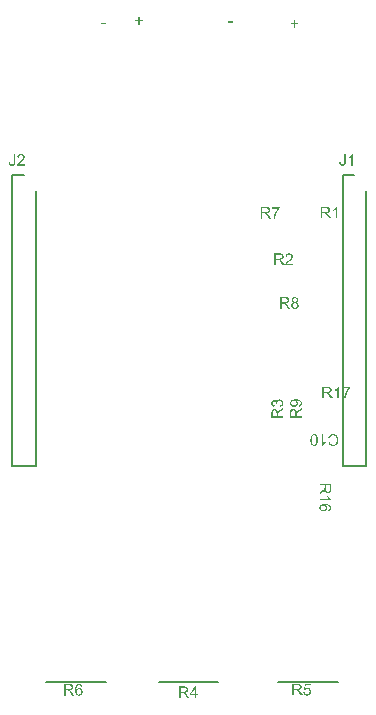
<source format=gto>
G04*
G04 #@! TF.GenerationSoftware,Altium Limited,Altium Designer,20.0.2 (26)*
G04*
G04 Layer_Color=65535*
%FSLAX25Y25*%
%MOIN*%
G70*
G01*
G75*
%ADD10C,0.00787*%
G36*
X618575Y322615D02*
X619618D01*
Y322176D01*
X618575D01*
Y321122D01*
X618131D01*
Y322176D01*
X617087D01*
Y322615D01*
X618131D01*
Y323658D01*
X618575D01*
Y322615D01*
D02*
G37*
G36*
X607266Y321154D02*
X605807D01*
Y321626D01*
X607266D01*
Y321154D01*
D02*
G37*
G36*
X649605Y321692D02*
X648145D01*
Y322164D01*
X649605D01*
Y321692D01*
D02*
G37*
G36*
X670457Y321615D02*
X671500D01*
Y321176D01*
X670457D01*
Y320122D01*
X670013D01*
Y321176D01*
X668969D01*
Y321615D01*
X670013D01*
Y322658D01*
X670457D01*
Y321615D01*
D02*
G37*
G36*
X688680Y199919D02*
X688674Y199913D01*
X688663Y199902D01*
X688641Y199880D01*
X688619Y199847D01*
X688585Y199808D01*
X688541Y199763D01*
X688497Y199708D01*
X688447Y199641D01*
X688397Y199575D01*
X688336Y199497D01*
X688274Y199408D01*
X688213Y199319D01*
X688147Y199220D01*
X688080Y199114D01*
X688014Y198997D01*
X687947Y198881D01*
X687942Y198875D01*
X687930Y198853D01*
X687914Y198820D01*
X687886Y198770D01*
X687858Y198709D01*
X687825Y198642D01*
X687786Y198565D01*
X687747Y198476D01*
X687703Y198376D01*
X687653Y198276D01*
X687609Y198165D01*
X687564Y198048D01*
X687475Y197810D01*
X687392Y197555D01*
Y197549D01*
X687387Y197532D01*
X687381Y197504D01*
X687370Y197471D01*
X687359Y197427D01*
X687348Y197371D01*
X687331Y197310D01*
X687320Y197244D01*
X687303Y197166D01*
X687287Y197083D01*
X687259Y196905D01*
X687231Y196711D01*
X687215Y196500D01*
X686732D01*
Y196505D01*
Y196522D01*
Y196544D01*
X686737Y196578D01*
Y196622D01*
X686743Y196678D01*
X686748Y196739D01*
X686754Y196805D01*
X686765Y196883D01*
X686776Y196961D01*
X686793Y197055D01*
X686809Y197149D01*
X686826Y197249D01*
X686848Y197360D01*
X686904Y197588D01*
Y197593D01*
X686909Y197616D01*
X686920Y197649D01*
X686937Y197699D01*
X686954Y197754D01*
X686976Y197821D01*
X686998Y197899D01*
X687031Y197982D01*
X687065Y198076D01*
X687098Y198171D01*
X687181Y198381D01*
X687281Y198603D01*
X687392Y198826D01*
X687398Y198831D01*
X687409Y198853D01*
X687425Y198881D01*
X687448Y198925D01*
X687475Y198975D01*
X687514Y199036D01*
X687553Y199103D01*
X687598Y199175D01*
X687703Y199336D01*
X687814Y199503D01*
X687942Y199675D01*
X688075Y199836D01*
X686193D01*
Y200291D01*
X688680D01*
Y199919D01*
D02*
G37*
G36*
X684950Y196500D02*
X684478D01*
Y199503D01*
X684473Y199497D01*
X684445Y199475D01*
X684412Y199442D01*
X684356Y199403D01*
X684295Y199353D01*
X684218Y199297D01*
X684129Y199236D01*
X684029Y199175D01*
X684023D01*
X684018Y199170D01*
X683984Y199147D01*
X683929Y199120D01*
X683862Y199086D01*
X683785Y199048D01*
X683701Y199009D01*
X683618Y198970D01*
X683535Y198936D01*
Y199392D01*
X683540D01*
X683552Y199403D01*
X683574Y199408D01*
X683602Y199425D01*
X683635Y199442D01*
X683674Y199464D01*
X683768Y199519D01*
X683879Y199580D01*
X683990Y199658D01*
X684106Y199747D01*
X684223Y199841D01*
X684229Y199847D01*
X684234Y199852D01*
X684251Y199869D01*
X684273Y199885D01*
X684323Y199941D01*
X684389Y200008D01*
X684456Y200085D01*
X684528Y200174D01*
X684589Y200263D01*
X684645Y200357D01*
X684950D01*
Y196500D01*
D02*
G37*
G36*
X681326Y200335D02*
X681376D01*
X681493Y200329D01*
X681614Y200313D01*
X681748Y200296D01*
X681870Y200269D01*
X681931Y200252D01*
X681981Y200235D01*
X681986D01*
X681992Y200230D01*
X682025Y200213D01*
X682075Y200191D01*
X682136Y200152D01*
X682203Y200102D01*
X682275Y200035D01*
X682342Y199958D01*
X682408Y199869D01*
Y199863D01*
X682414Y199858D01*
X682436Y199825D01*
X682458Y199769D01*
X682491Y199697D01*
X682519Y199614D01*
X682547Y199514D01*
X682564Y199408D01*
X682569Y199292D01*
Y199286D01*
Y199275D01*
Y199253D01*
X682564Y199225D01*
Y199186D01*
X682558Y199147D01*
X682536Y199053D01*
X682503Y198942D01*
X682458Y198826D01*
X682392Y198709D01*
X682347Y198653D01*
X682303Y198598D01*
X682297Y198592D01*
X682292Y198587D01*
X682275Y198570D01*
X682253Y198554D01*
X682225Y198531D01*
X682192Y198509D01*
X682147Y198481D01*
X682103Y198448D01*
X682048Y198420D01*
X681986Y198393D01*
X681920Y198359D01*
X681848Y198331D01*
X681764Y198309D01*
X681681Y198282D01*
X681587Y198265D01*
X681487Y198248D01*
X681498Y198243D01*
X681520Y198232D01*
X681554Y198209D01*
X681598Y198187D01*
X681698Y198126D01*
X681748Y198087D01*
X681792Y198054D01*
X681803Y198043D01*
X681831Y198015D01*
X681875Y197971D01*
X681931Y197915D01*
X681992Y197838D01*
X682064Y197754D01*
X682136Y197654D01*
X682214Y197543D01*
X682874Y196500D01*
X682242D01*
X681737Y197299D01*
Y197305D01*
X681726Y197316D01*
X681714Y197333D01*
X681698Y197355D01*
X681659Y197416D01*
X681609Y197494D01*
X681548Y197577D01*
X681487Y197666D01*
X681426Y197749D01*
X681370Y197826D01*
X681365Y197832D01*
X681348Y197854D01*
X681320Y197888D01*
X681282Y197926D01*
X681198Y198010D01*
X681154Y198048D01*
X681110Y198082D01*
X681104Y198087D01*
X681093Y198093D01*
X681071Y198104D01*
X681037Y198121D01*
X681004Y198137D01*
X680965Y198154D01*
X680876Y198182D01*
X680871D01*
X680860Y198187D01*
X680838D01*
X680810Y198193D01*
X680771Y198198D01*
X680727D01*
X680665Y198204D01*
X680011D01*
Y196500D01*
X679500D01*
Y200341D01*
X681282D01*
X681326Y200335D01*
D02*
G37*
G36*
X682388Y166218D02*
X682382Y166174D01*
Y166124D01*
X682377Y166007D01*
X682360Y165885D01*
X682343Y165752D01*
X682316Y165630D01*
X682299Y165569D01*
X682282Y165519D01*
Y165514D01*
X682277Y165508D01*
X682260Y165475D01*
X682238Y165425D01*
X682199Y165364D01*
X682149Y165297D01*
X682083Y165225D01*
X682005Y165158D01*
X681916Y165092D01*
X681911D01*
X681905Y165086D01*
X681872Y165064D01*
X681816Y165042D01*
X681744Y165008D01*
X681661Y164981D01*
X681561Y164953D01*
X681455Y164936D01*
X681339Y164931D01*
X681333D01*
X681322D01*
X681300D01*
X681272Y164936D01*
X681233D01*
X681195Y164942D01*
X681100Y164964D01*
X680989Y164997D01*
X680873Y165042D01*
X680756Y165108D01*
X680701Y165153D01*
X680645Y165197D01*
X680640Y165203D01*
X680634Y165208D01*
X680617Y165225D01*
X680601Y165247D01*
X680579Y165275D01*
X680556Y165308D01*
X680529Y165353D01*
X680495Y165397D01*
X680468Y165453D01*
X680440Y165514D01*
X680407Y165580D01*
X680379Y165652D01*
X680357Y165736D01*
X680329Y165819D01*
X680312Y165913D01*
X680296Y166013D01*
X680290Y166002D01*
X680279Y165980D01*
X680257Y165946D01*
X680234Y165902D01*
X680173Y165802D01*
X680134Y165752D01*
X680101Y165708D01*
X680090Y165697D01*
X680062Y165669D01*
X680018Y165625D01*
X679962Y165569D01*
X679885Y165508D01*
X679802Y165436D01*
X679702Y165364D01*
X679591Y165286D01*
X678547Y164626D01*
Y165258D01*
X679346Y165763D01*
X679352D01*
X679363Y165775D01*
X679380Y165786D01*
X679402Y165802D01*
X679463Y165841D01*
X679541Y165891D01*
X679624Y165952D01*
X679713Y166013D01*
X679796Y166074D01*
X679874Y166130D01*
X679879Y166135D01*
X679901Y166152D01*
X679935Y166180D01*
X679974Y166218D01*
X680057Y166302D01*
X680096Y166346D01*
X680129Y166391D01*
X680134Y166396D01*
X680140Y166407D01*
X680151Y166429D01*
X680168Y166463D01*
X680185Y166496D01*
X680201Y166535D01*
X680229Y166624D01*
Y166629D01*
X680234Y166640D01*
Y166662D01*
X680240Y166690D01*
X680245Y166729D01*
Y166773D01*
X680251Y166834D01*
Y167489D01*
X678547D01*
Y168000D01*
X682388D01*
Y166218D01*
D02*
G37*
G36*
X681439Y163960D02*
X681450Y163949D01*
X681455Y163926D01*
X681472Y163899D01*
X681489Y163865D01*
X681511Y163826D01*
X681566Y163732D01*
X681628Y163621D01*
X681705Y163510D01*
X681794Y163393D01*
X681888Y163277D01*
X681894Y163271D01*
X681899Y163266D01*
X681916Y163249D01*
X681933Y163227D01*
X681988Y163177D01*
X682055Y163110D01*
X682132Y163044D01*
X682221Y162972D01*
X682310Y162911D01*
X682405Y162855D01*
Y162550D01*
X678547D01*
Y163022D01*
X681550D01*
X681544Y163027D01*
X681522Y163055D01*
X681489Y163088D01*
X681450Y163144D01*
X681400Y163205D01*
X681344Y163283D01*
X681283Y163371D01*
X681222Y163471D01*
Y163477D01*
X681217Y163482D01*
X681195Y163516D01*
X681167Y163571D01*
X681134Y163638D01*
X681095Y163715D01*
X681056Y163799D01*
X681017Y163882D01*
X680984Y163965D01*
X681439D01*
Y163960D01*
D02*
G37*
G36*
X680445Y161357D02*
X680523D01*
X680612Y161351D01*
X680717Y161340D01*
X680834Y161329D01*
X680962Y161312D01*
X681089Y161290D01*
X681228Y161262D01*
X681361Y161229D01*
X681494Y161190D01*
X681622Y161140D01*
X681744Y161085D01*
X681861Y161024D01*
X681960Y160951D01*
X681966Y160946D01*
X681977Y160935D01*
X681999Y160913D01*
X682033Y160885D01*
X682066Y160852D01*
X682099Y160807D01*
X682144Y160752D01*
X682183Y160696D01*
X682221Y160630D01*
X682266Y160557D01*
X682299Y160474D01*
X682338Y160391D01*
X682366Y160297D01*
X682388Y160197D01*
X682399Y160091D01*
X682405Y159980D01*
Y159936D01*
X682399Y159903D01*
Y159864D01*
X682393Y159819D01*
X682371Y159714D01*
X682343Y159597D01*
X682299Y159475D01*
X682232Y159353D01*
X682194Y159292D01*
X682149Y159237D01*
X682144Y159231D01*
X682138Y159225D01*
X682121Y159209D01*
X682105Y159192D01*
X682077Y159164D01*
X682044Y159142D01*
X681966Y159081D01*
X681866Y159020D01*
X681744Y158965D01*
X681605Y158915D01*
X681450Y158881D01*
X681411Y159353D01*
X681417D01*
X681422Y159359D01*
X681455Y159364D01*
X681505Y159381D01*
X681566Y159403D01*
X681633Y159425D01*
X681700Y159458D01*
X681761Y159497D01*
X681811Y159536D01*
X681822Y159547D01*
X681844Y159570D01*
X681877Y159608D01*
X681916Y159664D01*
X681949Y159736D01*
X681983Y159814D01*
X682005Y159908D01*
X682016Y160008D01*
Y160047D01*
X682010Y160091D01*
X681999Y160141D01*
X681983Y160208D01*
X681960Y160274D01*
X681933Y160341D01*
X681888Y160408D01*
X681883Y160419D01*
X681861Y160447D01*
X681822Y160485D01*
X681766Y160535D01*
X681700Y160591D01*
X681622Y160652D01*
X681522Y160707D01*
X681411Y160763D01*
X681405D01*
X681394Y160768D01*
X681378Y160774D01*
X681355Y160785D01*
X681322Y160791D01*
X681283Y160802D01*
X681239Y160813D01*
X681183Y160824D01*
X681122Y160840D01*
X681056Y160852D01*
X680984Y160863D01*
X680906Y160868D01*
X680817Y160879D01*
X680728Y160885D01*
X680628Y160890D01*
X680529D01*
X680534Y160885D01*
X680567Y160863D01*
X680612Y160824D01*
X680667Y160774D01*
X680734Y160718D01*
X680795Y160646D01*
X680856Y160569D01*
X680911Y160480D01*
Y160474D01*
X680917Y160469D01*
X680934Y160435D01*
X680950Y160385D01*
X680978Y160319D01*
X681000Y160241D01*
X681017Y160152D01*
X681034Y160058D01*
X681039Y159958D01*
Y159914D01*
X681034Y159880D01*
X681028Y159836D01*
X681023Y159792D01*
X681011Y159736D01*
X680995Y159680D01*
X680956Y159553D01*
X680928Y159486D01*
X680889Y159420D01*
X680851Y159353D01*
X680806Y159281D01*
X680751Y159214D01*
X680689Y159153D01*
X680684Y159148D01*
X680673Y159137D01*
X680656Y159120D01*
X680628Y159103D01*
X680590Y159076D01*
X680551Y159048D01*
X680501Y159020D01*
X680445Y158987D01*
X680384Y158953D01*
X680318Y158926D01*
X680240Y158898D01*
X680162Y158870D01*
X680079Y158854D01*
X679985Y158837D01*
X679890Y158826D01*
X679790Y158820D01*
X679785D01*
X679774D01*
X679757D01*
X679729D01*
X679696Y158826D01*
X679663D01*
X679574Y158843D01*
X679468Y158859D01*
X679357Y158887D01*
X679235Y158926D01*
X679119Y158981D01*
X679113D01*
X679108Y158987D01*
X679091Y158998D01*
X679069Y159009D01*
X679013Y159042D01*
X678941Y159092D01*
X678864Y159153D01*
X678786Y159225D01*
X678708Y159314D01*
X678642Y159409D01*
Y159414D01*
X678636Y159420D01*
X678625Y159436D01*
X678619Y159458D01*
X678592Y159514D01*
X678564Y159586D01*
X678531Y159680D01*
X678508Y159786D01*
X678486Y159903D01*
X678481Y160030D01*
Y160058D01*
X678486Y160086D01*
Y160130D01*
X678492Y160180D01*
X678503Y160236D01*
X678519Y160302D01*
X678536Y160369D01*
X678558Y160447D01*
X678586Y160524D01*
X678619Y160602D01*
X678664Y160685D01*
X678714Y160763D01*
X678769Y160840D01*
X678836Y160918D01*
X678913Y160990D01*
X678919Y160996D01*
X678936Y161007D01*
X678958Y161024D01*
X678997Y161046D01*
X679047Y161079D01*
X679102Y161107D01*
X679174Y161140D01*
X679252Y161173D01*
X679346Y161212D01*
X679452Y161246D01*
X679568Y161273D01*
X679696Y161301D01*
X679840Y161329D01*
X679996Y161346D01*
X680162Y161357D01*
X680340Y161362D01*
X680345D01*
X680351D01*
X680368D01*
X680390D01*
X680445Y161357D01*
D02*
G37*
G36*
X670772Y196194D02*
X670844D01*
X670927Y196188D01*
X671010Y196177D01*
X671199Y196160D01*
X671399Y196133D01*
X671588Y196094D01*
X671682Y196066D01*
X671765Y196038D01*
X671771D01*
X671782Y196033D01*
X671804Y196022D01*
X671837Y196011D01*
X671871Y195994D01*
X671915Y195972D01*
X672009Y195916D01*
X672115Y195850D01*
X672226Y195772D01*
X672331Y195672D01*
X672426Y195561D01*
Y195555D01*
X672437Y195545D01*
X672448Y195528D01*
X672459Y195506D01*
X672476Y195472D01*
X672498Y195439D01*
X672520Y195395D01*
X672537Y195350D01*
X672581Y195245D01*
X672620Y195117D01*
X672642Y194978D01*
X672653Y194823D01*
Y194779D01*
X672648Y194751D01*
Y194712D01*
X672642Y194668D01*
X672620Y194562D01*
X672592Y194446D01*
X672548Y194324D01*
X672487Y194201D01*
X672448Y194140D01*
X672403Y194085D01*
X672398Y194079D01*
X672392Y194074D01*
X672376Y194057D01*
X672359Y194040D01*
X672331Y194018D01*
X672298Y193991D01*
X672220Y193935D01*
X672120Y193879D01*
X671998Y193824D01*
X671860Y193780D01*
X671699Y193746D01*
X671660Y194201D01*
X671665D01*
X671676Y194207D01*
X671688D01*
X671710Y194212D01*
X671771Y194229D01*
X671837Y194251D01*
X671915Y194279D01*
X671993Y194318D01*
X672065Y194362D01*
X672126Y194418D01*
X672131Y194423D01*
X672148Y194446D01*
X672170Y194484D01*
X672193Y194529D01*
X672220Y194590D01*
X672242Y194662D01*
X672259Y194745D01*
X672265Y194834D01*
Y194873D01*
X672259Y194912D01*
X672254Y194962D01*
X672242Y195023D01*
X672226Y195084D01*
X672204Y195150D01*
X672170Y195211D01*
X672165Y195217D01*
X672154Y195239D01*
X672131Y195273D01*
X672098Y195306D01*
X672059Y195350D01*
X672015Y195395D01*
X671965Y195439D01*
X671904Y195483D01*
X671898Y195489D01*
X671871Y195500D01*
X671832Y195522D01*
X671782Y195545D01*
X671715Y195572D01*
X671638Y195600D01*
X671549Y195628D01*
X671449Y195655D01*
X671443D01*
X671438Y195661D01*
X671421D01*
X671399Y195667D01*
X671343Y195678D01*
X671271Y195694D01*
X671182Y195705D01*
X671088Y195717D01*
X670983Y195722D01*
X670872Y195728D01*
X670866D01*
X670850D01*
X670822D01*
X670777D01*
X670788Y195722D01*
X670816Y195700D01*
X670855Y195667D01*
X670911Y195628D01*
X670966Y195572D01*
X671027Y195506D01*
X671088Y195428D01*
X671144Y195339D01*
X671149Y195328D01*
X671166Y195295D01*
X671188Y195245D01*
X671210Y195184D01*
X671238Y195100D01*
X671260Y195012D01*
X671277Y194912D01*
X671282Y194806D01*
Y194762D01*
X671277Y194729D01*
X671271Y194684D01*
X671266Y194640D01*
X671255Y194584D01*
X671238Y194529D01*
X671199Y194401D01*
X671171Y194334D01*
X671138Y194268D01*
X671099Y194196D01*
X671049Y194129D01*
X670999Y194063D01*
X670938Y194001D01*
X670933Y193996D01*
X670922Y193985D01*
X670905Y193974D01*
X670877Y193952D01*
X670838Y193924D01*
X670799Y193896D01*
X670750Y193868D01*
X670694Y193841D01*
X670633Y193807D01*
X670566Y193780D01*
X670489Y193752D01*
X670411Y193724D01*
X670322Y193702D01*
X670228Y193691D01*
X670133Y193680D01*
X670028Y193674D01*
X670022D01*
X670000D01*
X669973D01*
X669934Y193680D01*
X669884Y193685D01*
X669823Y193691D01*
X669762Y193702D01*
X669690Y193719D01*
X669545Y193757D01*
X669467Y193785D01*
X669384Y193818D01*
X669307Y193857D01*
X669234Y193907D01*
X669157Y193957D01*
X669090Y194018D01*
X669085Y194024D01*
X669073Y194035D01*
X669057Y194052D01*
X669035Y194079D01*
X669007Y194113D01*
X668974Y194157D01*
X668946Y194201D01*
X668907Y194257D01*
X668874Y194312D01*
X668846Y194379D01*
X668785Y194529D01*
X668763Y194606D01*
X668746Y194695D01*
X668735Y194784D01*
X668729Y194878D01*
Y194917D01*
X668735Y194945D01*
Y194973D01*
X668741Y195012D01*
X668757Y195106D01*
X668779Y195211D01*
X668818Y195328D01*
X668868Y195445D01*
X668935Y195561D01*
Y195567D01*
X668946Y195572D01*
X668957Y195589D01*
X668974Y195611D01*
X669018Y195667D01*
X669079Y195739D01*
X669162Y195811D01*
X669262Y195894D01*
X669379Y195966D01*
X669512Y196033D01*
X669518D01*
X669529Y196038D01*
X669551Y196049D01*
X669579Y196061D01*
X669617Y196072D01*
X669667Y196088D01*
X669723Y196099D01*
X669784Y196116D01*
X669856Y196133D01*
X669939Y196149D01*
X670028Y196160D01*
X670122Y196172D01*
X670228Y196183D01*
X670339Y196194D01*
X670461Y196199D01*
X670589D01*
X670594D01*
X670622D01*
X670661D01*
X670711D01*
X670772Y196194D01*
D02*
G37*
G36*
X672587Y192742D02*
X671787Y192237D01*
X671782D01*
X671771Y192226D01*
X671754Y192215D01*
X671732Y192198D01*
X671671Y192159D01*
X671593Y192109D01*
X671510Y192048D01*
X671421Y191987D01*
X671338Y191926D01*
X671260Y191870D01*
X671255Y191865D01*
X671232Y191848D01*
X671199Y191820D01*
X671160Y191781D01*
X671077Y191698D01*
X671038Y191654D01*
X671005Y191610D01*
X670999Y191604D01*
X670994Y191593D01*
X670983Y191571D01*
X670966Y191537D01*
X670949Y191504D01*
X670933Y191465D01*
X670905Y191376D01*
Y191371D01*
X670899Y191360D01*
Y191338D01*
X670894Y191310D01*
X670888Y191271D01*
Y191226D01*
X670883Y191165D01*
Y190511D01*
X672587D01*
Y190000D01*
X668746D01*
Y191781D01*
X668752Y191826D01*
Y191876D01*
X668757Y191992D01*
X668774Y192115D01*
X668790Y192248D01*
X668818Y192370D01*
X668835Y192431D01*
X668852Y192481D01*
Y192486D01*
X668857Y192492D01*
X668874Y192525D01*
X668896Y192575D01*
X668935Y192636D01*
X668985Y192703D01*
X669051Y192775D01*
X669129Y192842D01*
X669218Y192908D01*
X669223D01*
X669229Y192914D01*
X669262Y192936D01*
X669318Y192958D01*
X669390Y192991D01*
X669473Y193019D01*
X669573Y193047D01*
X669678Y193064D01*
X669795Y193069D01*
X669801D01*
X669812D01*
X669834D01*
X669862Y193064D01*
X669900D01*
X669939Y193058D01*
X670034Y193036D01*
X670145Y193002D01*
X670261Y192958D01*
X670378Y192892D01*
X670433Y192847D01*
X670489Y192803D01*
X670494Y192797D01*
X670500Y192792D01*
X670516Y192775D01*
X670533Y192753D01*
X670555Y192725D01*
X670577Y192692D01*
X670605Y192647D01*
X670639Y192603D01*
X670666Y192548D01*
X670694Y192486D01*
X670727Y192420D01*
X670755Y192348D01*
X670777Y192264D01*
X670805Y192181D01*
X670822Y192087D01*
X670838Y191987D01*
X670844Y191998D01*
X670855Y192020D01*
X670877Y192053D01*
X670899Y192098D01*
X670961Y192198D01*
X670999Y192248D01*
X671033Y192292D01*
X671044Y192303D01*
X671071Y192331D01*
X671116Y192375D01*
X671171Y192431D01*
X671249Y192492D01*
X671332Y192564D01*
X671432Y192636D01*
X671543Y192714D01*
X672587Y193374D01*
Y192742D01*
D02*
G37*
G36*
X667201Y230248D02*
X667251D01*
X667367Y230243D01*
X667489Y230226D01*
X667623Y230210D01*
X667745Y230182D01*
X667806Y230165D01*
X667856Y230149D01*
X667861D01*
X667867Y230143D01*
X667900Y230126D01*
X667950Y230104D01*
X668011Y230065D01*
X668078Y230015D01*
X668150Y229949D01*
X668217Y229871D01*
X668283Y229782D01*
Y229777D01*
X668289Y229771D01*
X668311Y229738D01*
X668333Y229682D01*
X668366Y229610D01*
X668394Y229527D01*
X668422Y229427D01*
X668439Y229322D01*
X668444Y229205D01*
Y229200D01*
Y229188D01*
Y229166D01*
X668439Y229138D01*
Y229100D01*
X668433Y229061D01*
X668411Y228966D01*
X668377Y228855D01*
X668333Y228739D01*
X668266Y228622D01*
X668222Y228567D01*
X668178Y228511D01*
X668172Y228506D01*
X668167Y228500D01*
X668150Y228484D01*
X668128Y228467D01*
X668100Y228445D01*
X668067Y228422D01*
X668022Y228395D01*
X667978Y228361D01*
X667922Y228334D01*
X667861Y228306D01*
X667795Y228273D01*
X667723Y228245D01*
X667639Y228223D01*
X667556Y228195D01*
X667462Y228178D01*
X667362Y228162D01*
X667373Y228156D01*
X667395Y228145D01*
X667428Y228123D01*
X667473Y228101D01*
X667573Y228040D01*
X667623Y228001D01*
X667667Y227967D01*
X667678Y227956D01*
X667706Y227928D01*
X667750Y227884D01*
X667806Y227829D01*
X667867Y227751D01*
X667939Y227668D01*
X668011Y227568D01*
X668089Y227457D01*
X668749Y226413D01*
X668117D01*
X667612Y227213D01*
Y227218D01*
X667600Y227229D01*
X667589Y227246D01*
X667573Y227268D01*
X667534Y227329D01*
X667484Y227407D01*
X667423Y227490D01*
X667362Y227579D01*
X667301Y227662D01*
X667245Y227740D01*
X667240Y227745D01*
X667223Y227768D01*
X667195Y227801D01*
X667157Y227840D01*
X667073Y227923D01*
X667029Y227962D01*
X666985Y227995D01*
X666979Y228001D01*
X666968Y228006D01*
X666946Y228017D01*
X666912Y228034D01*
X666879Y228051D01*
X666840Y228067D01*
X666751Y228095D01*
X666746D01*
X666735Y228101D01*
X666713D01*
X666685Y228106D01*
X666646Y228112D01*
X666602D01*
X666540Y228117D01*
X665886D01*
Y226413D01*
X665375D01*
Y230254D01*
X667157D01*
X667201Y230248D01*
D02*
G37*
G36*
X670381Y230265D02*
X670426Y230259D01*
X670475Y230254D01*
X670531Y230248D01*
X670586Y230232D01*
X670720Y230199D01*
X670853Y230149D01*
X670919Y230115D01*
X670986Y230076D01*
X671047Y230026D01*
X671108Y229977D01*
X671114Y229971D01*
X671119Y229965D01*
X671136Y229949D01*
X671158Y229926D01*
X671180Y229893D01*
X671208Y229860D01*
X671264Y229777D01*
X671319Y229671D01*
X671369Y229549D01*
X671408Y229410D01*
X671413Y229338D01*
X671419Y229260D01*
Y229255D01*
Y229249D01*
Y229216D01*
X671413Y229166D01*
X671402Y229105D01*
X671386Y229027D01*
X671358Y228950D01*
X671325Y228872D01*
X671275Y228794D01*
X671269Y228783D01*
X671247Y228761D01*
X671214Y228728D01*
X671169Y228683D01*
X671108Y228633D01*
X671036Y228583D01*
X670953Y228534D01*
X670853Y228489D01*
X670858D01*
X670869Y228484D01*
X670886Y228478D01*
X670908Y228467D01*
X670975Y228439D01*
X671053Y228400D01*
X671136Y228345D01*
X671225Y228284D01*
X671308Y228206D01*
X671386Y228117D01*
Y228112D01*
X671391Y228106D01*
X671413Y228073D01*
X671447Y228017D01*
X671480Y227945D01*
X671513Y227856D01*
X671547Y227751D01*
X671569Y227634D01*
X671574Y227507D01*
Y227501D01*
Y227484D01*
Y227457D01*
X671569Y227424D01*
X671563Y227385D01*
X671558Y227335D01*
X671547Y227279D01*
X671530Y227218D01*
X671491Y227091D01*
X671463Y227018D01*
X671424Y226952D01*
X671386Y226880D01*
X671341Y226813D01*
X671286Y226746D01*
X671225Y226680D01*
X671219Y226674D01*
X671208Y226663D01*
X671191Y226646D01*
X671164Y226630D01*
X671125Y226602D01*
X671086Y226574D01*
X671036Y226547D01*
X670981Y226513D01*
X670919Y226480D01*
X670847Y226452D01*
X670770Y226425D01*
X670692Y226397D01*
X670603Y226380D01*
X670509Y226363D01*
X670414Y226352D01*
X670309Y226347D01*
X670253D01*
X670215Y226352D01*
X670165Y226358D01*
X670109Y226363D01*
X670048Y226375D01*
X669981Y226391D01*
X669832Y226430D01*
X669754Y226458D01*
X669682Y226485D01*
X669604Y226524D01*
X669526Y226569D01*
X669454Y226619D01*
X669388Y226680D01*
X669382Y226685D01*
X669371Y226696D01*
X669354Y226713D01*
X669332Y226741D01*
X669310Y226774D01*
X669277Y226813D01*
X669249Y226857D01*
X669216Y226913D01*
X669182Y226968D01*
X669155Y227035D01*
X669099Y227174D01*
X669077Y227257D01*
X669060Y227340D01*
X669049Y227429D01*
X669043Y227518D01*
Y227523D01*
Y227535D01*
Y227557D01*
X669049Y227579D01*
Y227612D01*
X669055Y227651D01*
X669066Y227740D01*
X669088Y227840D01*
X669121Y227940D01*
X669171Y228045D01*
X669232Y228145D01*
Y228151D01*
X669243Y228156D01*
X669266Y228184D01*
X669310Y228228D01*
X669371Y228284D01*
X669449Y228339D01*
X669543Y228400D01*
X669649Y228450D01*
X669776Y228489D01*
X669771D01*
X669765Y228495D01*
X669748Y228500D01*
X669726Y228511D01*
X669676Y228534D01*
X669610Y228567D01*
X669537Y228611D01*
X669465Y228667D01*
X669399Y228728D01*
X669338Y228794D01*
X669332Y228805D01*
X669315Y228828D01*
X669293Y228872D01*
X669271Y228927D01*
X669243Y229000D01*
X669221Y229083D01*
X669205Y229177D01*
X669199Y229277D01*
Y229283D01*
Y229294D01*
Y229316D01*
X669205Y229349D01*
X669210Y229383D01*
X669216Y229427D01*
X669238Y229521D01*
X669271Y229632D01*
X669327Y229749D01*
X669360Y229810D01*
X669399Y229871D01*
X669449Y229926D01*
X669499Y229982D01*
X669504Y229988D01*
X669515Y229993D01*
X669532Y230010D01*
X669554Y230026D01*
X669582Y230049D01*
X669621Y230071D01*
X669665Y230099D01*
X669709Y230126D01*
X669765Y230154D01*
X669826Y230182D01*
X669893Y230204D01*
X669965Y230226D01*
X670120Y230259D01*
X670209Y230265D01*
X670298Y230271D01*
X670348D01*
X670381Y230265D01*
D02*
G37*
G36*
X665200Y259872D02*
X665195Y259866D01*
X665183Y259855D01*
X665161Y259833D01*
X665139Y259799D01*
X665106Y259761D01*
X665061Y259716D01*
X665017Y259661D01*
X664967Y259594D01*
X664917Y259527D01*
X664856Y259450D01*
X664795Y259361D01*
X664734Y259272D01*
X664667Y259172D01*
X664601Y259067D01*
X664534Y258950D01*
X664468Y258834D01*
X664462Y258828D01*
X664451Y258806D01*
X664434Y258773D01*
X664406Y258723D01*
X664379Y258662D01*
X664346Y258595D01*
X664307Y258517D01*
X664268Y258429D01*
X664223Y258329D01*
X664173Y258229D01*
X664129Y258118D01*
X664085Y258001D01*
X663996Y257763D01*
X663913Y257507D01*
Y257502D01*
X663907Y257485D01*
X663902Y257457D01*
X663890Y257424D01*
X663879Y257380D01*
X663868Y257324D01*
X663851Y257263D01*
X663840Y257196D01*
X663824Y257119D01*
X663807Y257035D01*
X663779Y256858D01*
X663752Y256664D01*
X663735Y256453D01*
X663252D01*
Y256458D01*
Y256475D01*
Y256497D01*
X663258Y256530D01*
Y256575D01*
X663263Y256630D01*
X663269Y256691D01*
X663274Y256758D01*
X663285Y256836D01*
X663297Y256913D01*
X663313Y257008D01*
X663330Y257102D01*
X663346Y257202D01*
X663369Y257313D01*
X663424Y257541D01*
Y257546D01*
X663430Y257568D01*
X663441Y257602D01*
X663457Y257652D01*
X663474Y257707D01*
X663496Y257774D01*
X663518Y257851D01*
X663552Y257935D01*
X663585Y258029D01*
X663618Y258123D01*
X663702Y258334D01*
X663802Y258556D01*
X663913Y258778D01*
X663918Y258784D01*
X663929Y258806D01*
X663946Y258834D01*
X663968Y258878D01*
X663996Y258928D01*
X664035Y258989D01*
X664074Y259056D01*
X664118Y259128D01*
X664223Y259289D01*
X664334Y259455D01*
X664462Y259627D01*
X664595Y259788D01*
X662714D01*
Y260243D01*
X665200D01*
Y259872D01*
D02*
G37*
G36*
X660832Y260288D02*
X660882D01*
X660999Y260282D01*
X661121Y260266D01*
X661254Y260249D01*
X661376Y260221D01*
X661437Y260205D01*
X661487Y260188D01*
X661493D01*
X661498Y260182D01*
X661532Y260166D01*
X661582Y260143D01*
X661643Y260105D01*
X661709Y260055D01*
X661781Y259988D01*
X661848Y259910D01*
X661915Y259822D01*
Y259816D01*
X661920Y259810D01*
X661942Y259777D01*
X661965Y259722D01*
X661998Y259650D01*
X662026Y259566D01*
X662053Y259466D01*
X662070Y259361D01*
X662076Y259244D01*
Y259239D01*
Y259228D01*
Y259206D01*
X662070Y259178D01*
Y259139D01*
X662064Y259100D01*
X662042Y259006D01*
X662009Y258895D01*
X661965Y258778D01*
X661898Y258662D01*
X661854Y258606D01*
X661809Y258551D01*
X661804Y258545D01*
X661798Y258540D01*
X661781Y258523D01*
X661759Y258506D01*
X661731Y258484D01*
X661698Y258462D01*
X661654Y258434D01*
X661609Y258401D01*
X661554Y258373D01*
X661493Y258345D01*
X661426Y258312D01*
X661354Y258284D01*
X661271Y258262D01*
X661188Y258234D01*
X661093Y258218D01*
X660993Y258201D01*
X661004Y258195D01*
X661027Y258184D01*
X661060Y258162D01*
X661104Y258140D01*
X661204Y258079D01*
X661254Y258040D01*
X661299Y258007D01*
X661310Y257996D01*
X661337Y257968D01*
X661382Y257924D01*
X661437Y257868D01*
X661498Y257790D01*
X661571Y257707D01*
X661643Y257607D01*
X661720Y257496D01*
X662381Y256453D01*
X661748D01*
X661243Y257252D01*
Y257258D01*
X661232Y257269D01*
X661221Y257285D01*
X661204Y257308D01*
X661165Y257368D01*
X661115Y257446D01*
X661054Y257529D01*
X660993Y257618D01*
X660932Y257701D01*
X660877Y257779D01*
X660871Y257785D01*
X660854Y257807D01*
X660827Y257840D01*
X660788Y257879D01*
X660705Y257962D01*
X660660Y258001D01*
X660616Y258034D01*
X660610Y258040D01*
X660599Y258046D01*
X660577Y258057D01*
X660544Y258073D01*
X660510Y258090D01*
X660472Y258107D01*
X660383Y258134D01*
X660377D01*
X660366Y258140D01*
X660344D01*
X660316Y258145D01*
X660277Y258151D01*
X660233D01*
X660172Y258157D01*
X659517D01*
Y256453D01*
X659006D01*
Y260293D01*
X660788D01*
X660832Y260288D01*
D02*
G37*
G36*
X665286Y196188D02*
X665330Y196183D01*
X665380Y196172D01*
X665436Y196160D01*
X665497Y196149D01*
X665630Y196105D01*
X665702Y196072D01*
X665768Y196038D01*
X665841Y195994D01*
X665913Y195944D01*
X665985Y195889D01*
X666052Y195822D01*
X666057Y195816D01*
X666068Y195805D01*
X666085Y195783D01*
X666107Y195755D01*
X666135Y195722D01*
X666163Y195678D01*
X666196Y195628D01*
X666224Y195567D01*
X666257Y195506D01*
X666290Y195433D01*
X666318Y195361D01*
X666346Y195278D01*
X666368Y195189D01*
X666385Y195095D01*
X666396Y195001D01*
X666401Y194895D01*
Y194845D01*
X666396Y194812D01*
X666390Y194767D01*
X666385Y194718D01*
X666373Y194662D01*
X666362Y194601D01*
X666329Y194468D01*
X666274Y194329D01*
X666240Y194257D01*
X666201Y194190D01*
X666152Y194124D01*
X666102Y194057D01*
X666096Y194052D01*
X666085Y194040D01*
X666068Y194024D01*
X666046Y194007D01*
X666018Y193979D01*
X665979Y193952D01*
X665941Y193918D01*
X665891Y193885D01*
X665835Y193852D01*
X665780Y193818D01*
X665646Y193757D01*
X665491Y193707D01*
X665408Y193691D01*
X665319Y193680D01*
X665258Y194151D01*
X665264D01*
X665275Y194157D01*
X665297Y194162D01*
X665324Y194168D01*
X665358Y194174D01*
X665397Y194185D01*
X665480Y194212D01*
X665580Y194251D01*
X665674Y194301D01*
X665763Y194357D01*
X665841Y194423D01*
X665846Y194434D01*
X665868Y194457D01*
X665896Y194501D01*
X665924Y194556D01*
X665957Y194623D01*
X665985Y194706D01*
X666007Y194801D01*
X666013Y194901D01*
Y194934D01*
X666007Y194956D01*
X666002Y195017D01*
X665985Y195095D01*
X665957Y195184D01*
X665918Y195278D01*
X665863Y195372D01*
X665785Y195461D01*
X665774Y195472D01*
X665741Y195500D01*
X665691Y195533D01*
X665624Y195578D01*
X665541Y195622D01*
X665447Y195655D01*
X665336Y195683D01*
X665213Y195694D01*
X665208D01*
X665197D01*
X665180D01*
X665158Y195689D01*
X665097Y195683D01*
X665025Y195667D01*
X664936Y195644D01*
X664847Y195606D01*
X664758Y195550D01*
X664675Y195478D01*
X664664Y195467D01*
X664642Y195439D01*
X664609Y195395D01*
X664570Y195334D01*
X664531Y195256D01*
X664498Y195161D01*
X664475Y195056D01*
X664464Y194939D01*
Y194890D01*
X664470Y194851D01*
X664475Y194801D01*
X664487Y194745D01*
X664498Y194679D01*
X664514Y194606D01*
X664098Y194662D01*
Y194690D01*
X664104Y194712D01*
Y194784D01*
X664092Y194845D01*
X664081Y194917D01*
X664065Y195001D01*
X664037Y195095D01*
X663998Y195184D01*
X663948Y195278D01*
Y195284D01*
X663943Y195289D01*
X663920Y195317D01*
X663881Y195356D01*
X663832Y195400D01*
X663759Y195445D01*
X663676Y195483D01*
X663582Y195511D01*
X663526Y195522D01*
X663465D01*
X663460D01*
X663454D01*
X663421D01*
X663377Y195511D01*
X663315Y195500D01*
X663249Y195478D01*
X663177Y195450D01*
X663104Y195406D01*
X663038Y195345D01*
X663032Y195339D01*
X663010Y195311D01*
X662982Y195273D01*
X662949Y195223D01*
X662921Y195156D01*
X662894Y195078D01*
X662871Y194990D01*
X662866Y194890D01*
Y194845D01*
X662877Y194795D01*
X662888Y194729D01*
X662910Y194656D01*
X662938Y194584D01*
X662982Y194507D01*
X663038Y194434D01*
X663043Y194429D01*
X663071Y194407D01*
X663110Y194373D01*
X663166Y194334D01*
X663238Y194296D01*
X663327Y194257D01*
X663432Y194224D01*
X663554Y194201D01*
X663471Y193730D01*
X663465D01*
X663449Y193735D01*
X663426Y193741D01*
X663393Y193746D01*
X663354Y193757D01*
X663310Y193774D01*
X663204Y193807D01*
X663082Y193863D01*
X662960Y193929D01*
X662844Y194013D01*
X662738Y194118D01*
X662733Y194124D01*
X662727Y194135D01*
X662716Y194151D01*
X662699Y194174D01*
X662677Y194201D01*
X662655Y194240D01*
X662633Y194279D01*
X662605Y194329D01*
X662561Y194440D01*
X662516Y194568D01*
X662489Y194718D01*
X662477Y194795D01*
Y194934D01*
X662483Y194995D01*
X662494Y195067D01*
X662511Y195156D01*
X662538Y195256D01*
X662572Y195356D01*
X662616Y195456D01*
Y195461D01*
X662622Y195467D01*
X662638Y195500D01*
X662672Y195550D01*
X662711Y195606D01*
X662766Y195672D01*
X662827Y195739D01*
X662899Y195805D01*
X662982Y195861D01*
X662993Y195866D01*
X663021Y195883D01*
X663071Y195905D01*
X663132Y195933D01*
X663204Y195961D01*
X663288Y195983D01*
X663382Y196000D01*
X663476Y196005D01*
X663487D01*
X663521D01*
X663565Y196000D01*
X663626Y195988D01*
X663698Y195972D01*
X663776Y195944D01*
X663854Y195911D01*
X663932Y195866D01*
X663943Y195861D01*
X663965Y195844D01*
X664004Y195811D01*
X664048Y195766D01*
X664098Y195711D01*
X664153Y195644D01*
X664203Y195567D01*
X664253Y195472D01*
Y195478D01*
X664259Y195489D01*
X664264Y195506D01*
X664270Y195528D01*
X664292Y195589D01*
X664326Y195667D01*
X664370Y195755D01*
X664425Y195844D01*
X664498Y195927D01*
X664581Y196005D01*
X664592Y196011D01*
X664625Y196033D01*
X664681Y196066D01*
X664753Y196099D01*
X664842Y196133D01*
X664947Y196166D01*
X665069Y196188D01*
X665202Y196194D01*
X665208D01*
X665225D01*
X665252D01*
X665286Y196188D01*
D02*
G37*
G36*
X666335Y192742D02*
X665535Y192237D01*
X665530D01*
X665519Y192226D01*
X665502Y192215D01*
X665480Y192198D01*
X665419Y192159D01*
X665341Y192109D01*
X665258Y192048D01*
X665169Y191987D01*
X665086Y191926D01*
X665008Y191870D01*
X665003Y191865D01*
X664980Y191848D01*
X664947Y191820D01*
X664908Y191781D01*
X664825Y191698D01*
X664786Y191654D01*
X664753Y191610D01*
X664747Y191604D01*
X664742Y191593D01*
X664731Y191571D01*
X664714Y191537D01*
X664697Y191504D01*
X664681Y191465D01*
X664653Y191376D01*
Y191371D01*
X664647Y191360D01*
Y191338D01*
X664642Y191310D01*
X664636Y191271D01*
Y191226D01*
X664631Y191165D01*
Y190511D01*
X666335D01*
Y190000D01*
X662494D01*
Y191781D01*
X662500Y191826D01*
Y191876D01*
X662505Y191992D01*
X662522Y192115D01*
X662538Y192248D01*
X662566Y192370D01*
X662583Y192431D01*
X662600Y192481D01*
Y192486D01*
X662605Y192492D01*
X662622Y192525D01*
X662644Y192575D01*
X662683Y192636D01*
X662733Y192703D01*
X662799Y192775D01*
X662877Y192842D01*
X662966Y192908D01*
X662971D01*
X662977Y192914D01*
X663010Y192936D01*
X663066Y192958D01*
X663138Y192991D01*
X663221Y193019D01*
X663321Y193047D01*
X663426Y193064D01*
X663543Y193069D01*
X663549D01*
X663560D01*
X663582D01*
X663610Y193064D01*
X663648D01*
X663687Y193058D01*
X663782Y193036D01*
X663893Y193002D01*
X664009Y192958D01*
X664126Y192892D01*
X664181Y192847D01*
X664237Y192803D01*
X664242Y192797D01*
X664248Y192792D01*
X664264Y192775D01*
X664281Y192753D01*
X664303Y192725D01*
X664326Y192692D01*
X664353Y192647D01*
X664387Y192603D01*
X664414Y192548D01*
X664442Y192486D01*
X664475Y192420D01*
X664503Y192348D01*
X664525Y192264D01*
X664553Y192181D01*
X664570Y192087D01*
X664586Y191987D01*
X664592Y191998D01*
X664603Y192020D01*
X664625Y192053D01*
X664647Y192098D01*
X664709Y192198D01*
X664747Y192248D01*
X664781Y192292D01*
X664792Y192303D01*
X664819Y192331D01*
X664864Y192375D01*
X664919Y192431D01*
X664997Y192492D01*
X665080Y192564D01*
X665180Y192636D01*
X665291Y192714D01*
X666335Y193374D01*
Y192742D01*
D02*
G37*
G36*
X668539Y244852D02*
X668584Y244846D01*
X668639Y244841D01*
X668700Y244830D01*
X668761Y244818D01*
X668906Y244780D01*
X669050Y244724D01*
X669122Y244691D01*
X669194Y244652D01*
X669261Y244602D01*
X669322Y244547D01*
X669327Y244541D01*
X669339Y244535D01*
X669350Y244513D01*
X669372Y244491D01*
X669400Y244463D01*
X669427Y244424D01*
X669455Y244386D01*
X669488Y244336D01*
X669544Y244230D01*
X669599Y244097D01*
X669622Y244030D01*
X669633Y243953D01*
X669644Y243875D01*
X669649Y243792D01*
Y243780D01*
Y243753D01*
X669644Y243708D01*
X669638Y243647D01*
X669627Y243581D01*
X669605Y243503D01*
X669583Y243420D01*
X669550Y243337D01*
X669544Y243325D01*
X669533Y243298D01*
X669511Y243253D01*
X669477Y243192D01*
X669433Y243126D01*
X669378Y243042D01*
X669311Y242959D01*
X669233Y242865D01*
X669222Y242854D01*
X669194Y242820D01*
X669167Y242793D01*
X669139Y242765D01*
X669105Y242732D01*
X669061Y242687D01*
X669017Y242643D01*
X668961Y242593D01*
X668906Y242537D01*
X668839Y242476D01*
X668767Y242415D01*
X668689Y242343D01*
X668601Y242271D01*
X668512Y242193D01*
X668506Y242188D01*
X668495Y242177D01*
X668473Y242160D01*
X668445Y242138D01*
X668412Y242104D01*
X668373Y242071D01*
X668284Y241999D01*
X668190Y241916D01*
X668101Y241832D01*
X668023Y241760D01*
X667990Y241733D01*
X667962Y241705D01*
X667957Y241699D01*
X667940Y241683D01*
X667918Y241660D01*
X667890Y241627D01*
X667862Y241588D01*
X667829Y241549D01*
X667762Y241455D01*
X669655D01*
Y241000D01*
X667107D01*
Y241005D01*
Y241028D01*
Y241061D01*
X667113Y241106D01*
X667119Y241155D01*
X667130Y241211D01*
X667141Y241266D01*
X667163Y241327D01*
Y241333D01*
X667169Y241338D01*
X667180Y241372D01*
X667202Y241422D01*
X667235Y241488D01*
X667280Y241566D01*
X667335Y241655D01*
X667396Y241744D01*
X667474Y241838D01*
Y241844D01*
X667485Y241849D01*
X667513Y241882D01*
X667563Y241932D01*
X667635Y242005D01*
X667718Y242088D01*
X667823Y242188D01*
X667951Y242299D01*
X668090Y242415D01*
X668095Y242421D01*
X668118Y242437D01*
X668151Y242465D01*
X668190Y242498D01*
X668240Y242543D01*
X668301Y242593D01*
X668362Y242648D01*
X668434Y242709D01*
X668573Y242843D01*
X668711Y242976D01*
X668778Y243042D01*
X668839Y243109D01*
X668895Y243170D01*
X668939Y243231D01*
Y243237D01*
X668950Y243242D01*
X668961Y243259D01*
X668972Y243281D01*
X669011Y243342D01*
X669056Y243414D01*
X669094Y243503D01*
X669133Y243597D01*
X669156Y243703D01*
X669167Y243803D01*
Y243808D01*
Y243814D01*
X669161Y243847D01*
X669156Y243903D01*
X669139Y243964D01*
X669117Y244041D01*
X669078Y244119D01*
X669028Y244197D01*
X668961Y244274D01*
X668950Y244286D01*
X668922Y244308D01*
X668884Y244336D01*
X668822Y244374D01*
X668745Y244408D01*
X668656Y244441D01*
X668550Y244463D01*
X668434Y244469D01*
X668401D01*
X668378Y244463D01*
X668312Y244458D01*
X668234Y244441D01*
X668151Y244419D01*
X668056Y244380D01*
X667968Y244330D01*
X667884Y244263D01*
X667873Y244252D01*
X667851Y244225D01*
X667818Y244180D01*
X667785Y244113D01*
X667746Y244036D01*
X667712Y243936D01*
X667690Y243825D01*
X667679Y243697D01*
X667196Y243747D01*
Y243753D01*
X667202Y243770D01*
Y243797D01*
X667207Y243836D01*
X667218Y243881D01*
X667230Y243930D01*
X667246Y243991D01*
X667263Y244053D01*
X667307Y244186D01*
X667374Y244319D01*
X667413Y244386D01*
X667463Y244452D01*
X667513Y244513D01*
X667568Y244569D01*
X667574Y244574D01*
X667585Y244580D01*
X667601Y244596D01*
X667629Y244613D01*
X667662Y244635D01*
X667701Y244657D01*
X667746Y244685D01*
X667801Y244713D01*
X667862Y244741D01*
X667929Y244768D01*
X668001Y244791D01*
X668079Y244813D01*
X668162Y244830D01*
X668251Y244846D01*
X668345Y244852D01*
X668445Y244857D01*
X668501D01*
X668539Y244852D01*
D02*
G37*
G36*
X665326Y244835D02*
X665376D01*
X665492Y244830D01*
X665615Y244813D01*
X665748Y244796D01*
X665870Y244768D01*
X665931Y244752D01*
X665981Y244735D01*
X665986D01*
X665992Y244730D01*
X666025Y244713D01*
X666075Y244691D01*
X666136Y244652D01*
X666203Y244602D01*
X666275Y244535D01*
X666342Y244458D01*
X666408Y244369D01*
Y244363D01*
X666414Y244358D01*
X666436Y244324D01*
X666458Y244269D01*
X666491Y244197D01*
X666519Y244113D01*
X666547Y244014D01*
X666564Y243908D01*
X666569Y243792D01*
Y243786D01*
Y243775D01*
Y243753D01*
X666564Y243725D01*
Y243686D01*
X666558Y243647D01*
X666536Y243553D01*
X666503Y243442D01*
X666458Y243325D01*
X666392Y243209D01*
X666347Y243153D01*
X666303Y243098D01*
X666297Y243092D01*
X666292Y243087D01*
X666275Y243070D01*
X666253Y243054D01*
X666225Y243031D01*
X666192Y243009D01*
X666147Y242981D01*
X666103Y242948D01*
X666047Y242920D01*
X665986Y242893D01*
X665920Y242859D01*
X665848Y242831D01*
X665764Y242809D01*
X665681Y242782D01*
X665587Y242765D01*
X665487Y242748D01*
X665498Y242743D01*
X665520Y242732D01*
X665554Y242709D01*
X665598Y242687D01*
X665698Y242626D01*
X665748Y242587D01*
X665792Y242554D01*
X665803Y242543D01*
X665831Y242515D01*
X665875Y242471D01*
X665931Y242415D01*
X665992Y242338D01*
X666064Y242254D01*
X666136Y242154D01*
X666214Y242043D01*
X666874Y241000D01*
X666242D01*
X665737Y241799D01*
Y241805D01*
X665726Y241816D01*
X665715Y241832D01*
X665698Y241855D01*
X665659Y241916D01*
X665609Y241993D01*
X665548Y242077D01*
X665487Y242165D01*
X665426Y242249D01*
X665370Y242326D01*
X665365Y242332D01*
X665348Y242354D01*
X665320Y242388D01*
X665281Y242426D01*
X665198Y242510D01*
X665154Y242548D01*
X665109Y242582D01*
X665104Y242587D01*
X665093Y242593D01*
X665071Y242604D01*
X665037Y242621D01*
X665004Y242637D01*
X664965Y242654D01*
X664876Y242682D01*
X664871D01*
X664860Y242687D01*
X664838D01*
X664810Y242693D01*
X664771Y242698D01*
X664727D01*
X664666Y242704D01*
X664011D01*
Y241000D01*
X663500D01*
Y244841D01*
X665281D01*
X665326Y244835D01*
D02*
G37*
G36*
X684403Y256500D02*
X683931D01*
Y259503D01*
X683926Y259497D01*
X683898Y259475D01*
X683864Y259441D01*
X683809Y259403D01*
X683748Y259353D01*
X683670Y259297D01*
X683581Y259236D01*
X683482Y259175D01*
X683476D01*
X683470Y259170D01*
X683437Y259147D01*
X683382Y259120D01*
X683315Y259086D01*
X683237Y259047D01*
X683154Y259009D01*
X683071Y258970D01*
X682988Y258937D01*
Y259392D01*
X682993D01*
X683004Y259403D01*
X683027Y259408D01*
X683054Y259425D01*
X683087Y259441D01*
X683126Y259464D01*
X683221Y259519D01*
X683332Y259580D01*
X683443Y259658D01*
X683559Y259747D01*
X683676Y259841D01*
X683681Y259847D01*
X683687Y259852D01*
X683704Y259869D01*
X683726Y259886D01*
X683776Y259941D01*
X683842Y260008D01*
X683909Y260085D01*
X683981Y260174D01*
X684042Y260263D01*
X684098Y260357D01*
X684403D01*
Y256500D01*
D02*
G37*
G36*
X680779Y260335D02*
X680829D01*
X680945Y260330D01*
X681067Y260313D01*
X681201Y260296D01*
X681323Y260268D01*
X681384Y260252D01*
X681434Y260235D01*
X681439D01*
X681445Y260230D01*
X681478Y260213D01*
X681528Y260191D01*
X681589Y260152D01*
X681656Y260102D01*
X681728Y260035D01*
X681794Y259958D01*
X681861Y259869D01*
Y259863D01*
X681867Y259858D01*
X681889Y259824D01*
X681911Y259769D01*
X681944Y259697D01*
X681972Y259613D01*
X682000Y259514D01*
X682016Y259408D01*
X682022Y259292D01*
Y259286D01*
Y259275D01*
Y259253D01*
X682016Y259225D01*
Y259186D01*
X682011Y259147D01*
X681989Y259053D01*
X681955Y258942D01*
X681911Y258825D01*
X681844Y258709D01*
X681800Y258653D01*
X681755Y258598D01*
X681750Y258592D01*
X681744Y258587D01*
X681728Y258570D01*
X681706Y258554D01*
X681678Y258531D01*
X681644Y258509D01*
X681600Y258481D01*
X681556Y258448D01*
X681500Y258420D01*
X681439Y258393D01*
X681373Y258359D01*
X681300Y258331D01*
X681217Y258309D01*
X681134Y258282D01*
X681040Y258265D01*
X680940Y258248D01*
X680951Y258243D01*
X680973Y258232D01*
X681006Y258209D01*
X681051Y258187D01*
X681151Y258126D01*
X681201Y258087D01*
X681245Y258054D01*
X681256Y258043D01*
X681284Y258015D01*
X681328Y257971D01*
X681384Y257915D01*
X681445Y257838D01*
X681517Y257754D01*
X681589Y257654D01*
X681667Y257543D01*
X682327Y256500D01*
X681695D01*
X681189Y257299D01*
Y257305D01*
X681178Y257316D01*
X681167Y257332D01*
X681151Y257355D01*
X681112Y257416D01*
X681062Y257493D01*
X681001Y257577D01*
X680940Y257665D01*
X680879Y257749D01*
X680823Y257826D01*
X680818Y257832D01*
X680801Y257854D01*
X680773Y257888D01*
X680734Y257926D01*
X680651Y258010D01*
X680607Y258049D01*
X680562Y258082D01*
X680557Y258087D01*
X680546Y258093D01*
X680523Y258104D01*
X680490Y258121D01*
X680457Y258137D01*
X680418Y258154D01*
X680329Y258182D01*
X680324D01*
X680312Y258187D01*
X680290D01*
X680263Y258193D01*
X680224Y258198D01*
X680179D01*
X680118Y258204D01*
X679463D01*
Y256500D01*
X678953D01*
Y260341D01*
X680734D01*
X680779Y260335D01*
D02*
G37*
G36*
X683124Y184620D02*
X683175D01*
X683236Y184615D01*
X683302Y184604D01*
X683380Y184592D01*
X683541Y184565D01*
X683707Y184520D01*
X683874Y184459D01*
X683952Y184420D01*
X684029Y184376D01*
X684035Y184370D01*
X684046Y184365D01*
X684068Y184348D01*
X684090Y184326D01*
X684124Y184304D01*
X684162Y184271D01*
X684207Y184232D01*
X684251Y184187D01*
X684296Y184137D01*
X684345Y184087D01*
X684445Y183960D01*
X684540Y183810D01*
X684623Y183643D01*
Y183638D01*
X684634Y183621D01*
X684640Y183593D01*
X684656Y183560D01*
X684667Y183516D01*
X684684Y183460D01*
X684706Y183399D01*
X684723Y183333D01*
X684740Y183260D01*
X684762Y183177D01*
X684790Y183005D01*
X684812Y182811D01*
X684823Y182611D01*
Y182606D01*
Y182583D01*
Y182550D01*
X684817Y182511D01*
Y182456D01*
X684812Y182400D01*
X684806Y182328D01*
X684795Y182256D01*
X684767Y182095D01*
X684728Y181917D01*
X684673Y181740D01*
X684595Y181568D01*
X684590Y181562D01*
X684584Y181545D01*
X684573Y181523D01*
X684551Y181495D01*
X684529Y181457D01*
X684501Y181412D01*
X684429Y181312D01*
X684334Y181201D01*
X684223Y181090D01*
X684096Y180979D01*
X683946Y180885D01*
X683940Y180879D01*
X683924Y180874D01*
X683902Y180863D01*
X683874Y180846D01*
X683829Y180830D01*
X683785Y180813D01*
X683730Y180791D01*
X683668Y180769D01*
X683602Y180746D01*
X683530Y180724D01*
X683374Y180691D01*
X683197Y180663D01*
X683013Y180652D01*
X682958D01*
X682919Y180657D01*
X682869Y180663D01*
X682808Y180669D01*
X682747Y180674D01*
X682675Y180691D01*
X682525Y180724D01*
X682359Y180774D01*
X682275Y180807D01*
X682198Y180846D01*
X682120Y180896D01*
X682042Y180946D01*
X682037Y180952D01*
X682026Y180957D01*
X682003Y180974D01*
X681976Y181002D01*
X681948Y181029D01*
X681909Y181068D01*
X681870Y181113D01*
X681826Y181157D01*
X681781Y181212D01*
X681737Y181279D01*
X681687Y181346D01*
X681643Y181418D01*
X681604Y181501D01*
X681559Y181584D01*
X681526Y181673D01*
X681493Y181773D01*
X681992Y181890D01*
Y181884D01*
X681998Y181873D01*
X682009Y181851D01*
X682020Y181823D01*
X682031Y181790D01*
X682048Y181745D01*
X682092Y181657D01*
X682148Y181557D01*
X682214Y181457D01*
X682298Y181362D01*
X682386Y181279D01*
X682398Y181268D01*
X682431Y181246D01*
X682486Y181218D01*
X682558Y181179D01*
X682653Y181146D01*
X682758Y181113D01*
X682886Y181090D01*
X683025Y181085D01*
X683069D01*
X683097Y181090D01*
X683136D01*
X683180Y181096D01*
X683286Y181113D01*
X683402Y181135D01*
X683524Y181174D01*
X683652Y181229D01*
X683768Y181301D01*
X683774D01*
X683779Y181312D01*
X683818Y181340D01*
X683868Y181385D01*
X683929Y181451D01*
X684001Y181534D01*
X684068Y181629D01*
X684129Y181745D01*
X684185Y181873D01*
Y181878D01*
X684190Y181890D01*
X684196Y181906D01*
X684201Y181934D01*
X684212Y181967D01*
X684223Y182006D01*
X684240Y182100D01*
X684262Y182211D01*
X684284Y182334D01*
X684296Y182467D01*
X684301Y182611D01*
Y182617D01*
Y182633D01*
Y182661D01*
Y182694D01*
X684296Y182733D01*
Y182783D01*
X684290Y182839D01*
X684284Y182900D01*
X684268Y183033D01*
X684240Y183177D01*
X684207Y183321D01*
X684162Y183466D01*
Y183471D01*
X684157Y183482D01*
X684146Y183499D01*
X684135Y183527D01*
X684101Y183593D01*
X684051Y183671D01*
X683990Y183760D01*
X683913Y183854D01*
X683824Y183938D01*
X683718Y184015D01*
X683713D01*
X683702Y184021D01*
X683685Y184032D01*
X683663Y184043D01*
X683635Y184054D01*
X683602Y184071D01*
X683524Y184104D01*
X683424Y184137D01*
X683313Y184165D01*
X683191Y184187D01*
X683064Y184193D01*
X683025D01*
X682991Y184187D01*
X682952D01*
X682914Y184182D01*
X682814Y184160D01*
X682697Y184132D01*
X682581Y184087D01*
X682458Y184026D01*
X682398Y183993D01*
X682342Y183949D01*
X682336Y183943D01*
X682331Y183938D01*
X682314Y183921D01*
X682292Y183904D01*
X682270Y183877D01*
X682242Y183843D01*
X682209Y183810D01*
X682181Y183765D01*
X682148Y183715D01*
X682109Y183660D01*
X682076Y183605D01*
X682042Y183538D01*
X682015Y183466D01*
X681987Y183388D01*
X681959Y183305D01*
X681937Y183216D01*
X681426Y183344D01*
Y183349D01*
X681432Y183371D01*
X681443Y183405D01*
X681460Y183449D01*
X681476Y183499D01*
X681498Y183560D01*
X681526Y183627D01*
X681559Y183699D01*
X681637Y183854D01*
X681737Y184010D01*
X681798Y184087D01*
X681859Y184165D01*
X681926Y184232D01*
X682003Y184298D01*
X682009Y184304D01*
X682020Y184315D01*
X682048Y184326D01*
X682076Y184348D01*
X682120Y184376D01*
X682164Y184404D01*
X682225Y184432D01*
X682287Y184459D01*
X682359Y184493D01*
X682436Y184520D01*
X682520Y184548D01*
X682608Y184576D01*
X682703Y184598D01*
X682803Y184609D01*
X682908Y184620D01*
X683019Y184626D01*
X683080D01*
X683124Y184620D01*
D02*
G37*
G36*
X679689Y181557D02*
X679695Y181562D01*
X679722Y181584D01*
X679756Y181618D01*
X679811Y181657D01*
X679872Y181706D01*
X679950Y181762D01*
X680039Y181823D01*
X680139Y181884D01*
X680144D01*
X680150Y181890D01*
X680183Y181912D01*
X680238Y181939D01*
X680305Y181973D01*
X680383Y182012D01*
X680466Y182051D01*
X680549Y182089D01*
X680633Y182123D01*
Y181668D01*
X680627D01*
X680616Y181657D01*
X680594Y181651D01*
X680566Y181634D01*
X680533Y181618D01*
X680494Y181595D01*
X680400Y181540D01*
X680289Y181479D01*
X680177Y181401D01*
X680061Y181312D01*
X679944Y181218D01*
X679939Y181212D01*
X679933Y181207D01*
X679917Y181190D01*
X679894Y181174D01*
X679845Y181118D01*
X679778Y181052D01*
X679711Y180974D01*
X679639Y180885D01*
X679578Y180796D01*
X679523Y180702D01*
X679217D01*
Y184559D01*
X679689D01*
Y181557D01*
D02*
G37*
G36*
X676848Y184620D02*
X676892Y184615D01*
X676947Y184604D01*
X677008Y184592D01*
X677075Y184576D01*
X677142Y184554D01*
X677214Y184531D01*
X677286Y184498D01*
X677358Y184459D01*
X677430Y184415D01*
X677502Y184359D01*
X677569Y184298D01*
X677630Y184232D01*
X677636Y184226D01*
X677647Y184210D01*
X677663Y184182D01*
X677691Y184137D01*
X677719Y184087D01*
X677747Y184021D01*
X677785Y183943D01*
X677819Y183854D01*
X677852Y183754D01*
X677885Y183638D01*
X677919Y183510D01*
X677946Y183366D01*
X677974Y183211D01*
X677991Y183044D01*
X678002Y182861D01*
X678007Y182667D01*
Y182661D01*
Y182639D01*
Y182600D01*
Y182556D01*
X678002Y182494D01*
Y182428D01*
X677996Y182356D01*
X677991Y182273D01*
X677974Y182100D01*
X677946Y181917D01*
X677913Y181734D01*
X677891Y181651D01*
X677869Y181568D01*
Y181562D01*
X677863Y181551D01*
X677852Y181529D01*
X677841Y181501D01*
X677830Y181462D01*
X677808Y181423D01*
X677763Y181329D01*
X677708Y181229D01*
X677636Y181124D01*
X677552Y181018D01*
X677452Y180929D01*
X677447D01*
X677441Y180918D01*
X677425Y180907D01*
X677402Y180896D01*
X677375Y180874D01*
X677341Y180857D01*
X677258Y180813D01*
X677158Y180774D01*
X677042Y180735D01*
X676903Y180713D01*
X676753Y180702D01*
X676703D01*
X676642Y180707D01*
X676570Y180719D01*
X676487Y180735D01*
X676398Y180757D01*
X676304Y180785D01*
X676215Y180830D01*
X676209D01*
X676204Y180835D01*
X676176Y180852D01*
X676131Y180879D01*
X676076Y180918D01*
X676015Y180974D01*
X675948Y181035D01*
X675887Y181107D01*
X675826Y181190D01*
X675821Y181201D01*
X675799Y181229D01*
X675776Y181279D01*
X675737Y181351D01*
X675704Y181435D01*
X675660Y181529D01*
X675621Y181640D01*
X675588Y181762D01*
Y181767D01*
X675582Y181779D01*
X675576Y181795D01*
X675571Y181823D01*
X675565Y181856D01*
X675560Y181895D01*
X675549Y181945D01*
X675543Y182001D01*
X675532Y182062D01*
X675527Y182128D01*
X675521Y182206D01*
X675510Y182284D01*
X675504Y182372D01*
Y182461D01*
X675499Y182561D01*
Y182667D01*
Y182672D01*
Y182694D01*
Y182733D01*
Y182778D01*
X675504Y182839D01*
Y182905D01*
X675510Y182977D01*
X675516Y183055D01*
X675532Y183233D01*
X675560Y183416D01*
X675593Y183593D01*
X675615Y183677D01*
X675643Y183760D01*
Y183765D01*
X675649Y183777D01*
X675660Y183799D01*
X675671Y183826D01*
X675682Y183865D01*
X675704Y183904D01*
X675749Y183999D01*
X675804Y184098D01*
X675876Y184210D01*
X675959Y184309D01*
X676059Y184404D01*
X676065D01*
X676070Y184415D01*
X676087Y184426D01*
X676109Y184437D01*
X676137Y184454D01*
X676165Y184476D01*
X676248Y184515D01*
X676348Y184554D01*
X676465Y184592D01*
X676603Y184615D01*
X676753Y184626D01*
X676809D01*
X676848Y184620D01*
D02*
G37*
G36*
X577126Y275321D02*
Y275315D01*
Y275299D01*
Y275277D01*
Y275243D01*
X577120Y275199D01*
Y275154D01*
X577109Y275049D01*
X577098Y274927D01*
X577076Y274799D01*
X577042Y274683D01*
X577003Y274572D01*
Y274566D01*
X576998Y274561D01*
X576981Y274527D01*
X576954Y274483D01*
X576915Y274422D01*
X576859Y274361D01*
X576798Y274294D01*
X576721Y274228D01*
X576632Y274172D01*
X576621Y274167D01*
X576587Y274150D01*
X576537Y274128D01*
X576465Y274106D01*
X576376Y274078D01*
X576276Y274056D01*
X576165Y274039D01*
X576043Y274033D01*
X575993D01*
X575960Y274039D01*
X575916Y274044D01*
X575871Y274050D01*
X575755Y274072D01*
X575633Y274106D01*
X575505Y274155D01*
X575438Y274189D01*
X575377Y274228D01*
X575322Y274272D01*
X575266Y274322D01*
X575261Y274328D01*
X575255Y274333D01*
X575244Y274355D01*
X575227Y274377D01*
X575205Y274405D01*
X575183Y274444D01*
X575161Y274488D01*
X575133Y274538D01*
X575111Y274594D01*
X575089Y274661D01*
X575067Y274727D01*
X575044Y274805D01*
X575033Y274888D01*
X575017Y274983D01*
X575011Y275077D01*
Y275182D01*
X575472Y275249D01*
Y275243D01*
Y275232D01*
Y275210D01*
X575477Y275177D01*
X575483Y275143D01*
Y275105D01*
X575499Y275010D01*
X575516Y274910D01*
X575549Y274810D01*
X575583Y274722D01*
X575605Y274683D01*
X575633Y274649D01*
X575638Y274644D01*
X575661Y274627D01*
X575694Y274600D01*
X575738Y274572D01*
X575799Y274538D01*
X575866Y274516D01*
X575949Y274494D01*
X576038Y274488D01*
X576071D01*
X576104Y274494D01*
X576154Y274500D01*
X576204Y274511D01*
X576260Y274522D01*
X576315Y274544D01*
X576371Y274572D01*
X576376Y274577D01*
X576393Y274588D01*
X576415Y274611D01*
X576448Y274633D01*
X576476Y274672D01*
X576510Y274710D01*
X576537Y274755D01*
X576560Y274810D01*
Y274816D01*
X576571Y274838D01*
X576576Y274877D01*
X576587Y274927D01*
X576598Y274994D01*
X576604Y275077D01*
X576615Y275177D01*
Y275293D01*
Y277941D01*
X577126D01*
Y275321D01*
D02*
G37*
G36*
X579129Y277952D02*
X579174Y277946D01*
X579229Y277941D01*
X579290Y277929D01*
X579351Y277918D01*
X579495Y277880D01*
X579640Y277824D01*
X579712Y277791D01*
X579784Y277752D01*
X579851Y277702D01*
X579912Y277646D01*
X579917Y277641D01*
X579928Y277635D01*
X579940Y277613D01*
X579962Y277591D01*
X579989Y277563D01*
X580017Y277524D01*
X580045Y277485D01*
X580078Y277436D01*
X580134Y277330D01*
X580189Y277197D01*
X580211Y277130D01*
X580223Y277053D01*
X580234Y276975D01*
X580239Y276892D01*
Y276881D01*
Y276853D01*
X580234Y276808D01*
X580228Y276747D01*
X580217Y276681D01*
X580195Y276603D01*
X580173Y276520D01*
X580139Y276436D01*
X580134Y276426D01*
X580123Y276398D01*
X580100Y276353D01*
X580067Y276292D01*
X580023Y276226D01*
X579967Y276142D01*
X579901Y276059D01*
X579823Y275965D01*
X579812Y275954D01*
X579784Y275920D01*
X579756Y275893D01*
X579729Y275865D01*
X579695Y275832D01*
X579651Y275787D01*
X579606Y275743D01*
X579551Y275693D01*
X579495Y275637D01*
X579429Y275576D01*
X579357Y275515D01*
X579279Y275443D01*
X579190Y275371D01*
X579102Y275293D01*
X579096Y275288D01*
X579085Y275277D01*
X579063Y275260D01*
X579035Y275238D01*
X579002Y275204D01*
X578963Y275171D01*
X578874Y275099D01*
X578780Y275016D01*
X578691Y274933D01*
X578613Y274860D01*
X578580Y274833D01*
X578552Y274805D01*
X578546Y274799D01*
X578530Y274783D01*
X578508Y274760D01*
X578480Y274727D01*
X578452Y274688D01*
X578419Y274649D01*
X578352Y274555D01*
X580245D01*
Y274100D01*
X577697D01*
Y274106D01*
Y274128D01*
Y274161D01*
X577703Y274205D01*
X577708Y274255D01*
X577719Y274311D01*
X577731Y274366D01*
X577753Y274427D01*
Y274433D01*
X577758Y274439D01*
X577769Y274472D01*
X577792Y274522D01*
X577825Y274588D01*
X577869Y274666D01*
X577925Y274755D01*
X577986Y274844D01*
X578064Y274938D01*
Y274944D01*
X578075Y274949D01*
X578102Y274983D01*
X578152Y275032D01*
X578225Y275105D01*
X578308Y275188D01*
X578413Y275288D01*
X578541Y275399D01*
X578680Y275515D01*
X578685Y275521D01*
X578707Y275537D01*
X578741Y275565D01*
X578780Y275599D01*
X578829Y275643D01*
X578891Y275693D01*
X578952Y275748D01*
X579024Y275809D01*
X579163Y275943D01*
X579301Y276076D01*
X579368Y276142D01*
X579429Y276209D01*
X579484Y276270D01*
X579529Y276331D01*
Y276337D01*
X579540Y276342D01*
X579551Y276359D01*
X579562Y276381D01*
X579601Y276442D01*
X579645Y276514D01*
X579684Y276603D01*
X579723Y276697D01*
X579745Y276803D01*
X579756Y276903D01*
Y276908D01*
Y276914D01*
X579751Y276947D01*
X579745Y277003D01*
X579729Y277064D01*
X579706Y277141D01*
X579668Y277219D01*
X579618Y277297D01*
X579551Y277375D01*
X579540Y277386D01*
X579512Y277408D01*
X579473Y277436D01*
X579412Y277474D01*
X579335Y277508D01*
X579246Y277541D01*
X579140Y277563D01*
X579024Y277569D01*
X578990D01*
X578968Y277563D01*
X578902Y277558D01*
X578824Y277541D01*
X578741Y277519D01*
X578646Y277480D01*
X578557Y277430D01*
X578474Y277363D01*
X578463Y277352D01*
X578441Y277325D01*
X578408Y277280D01*
X578374Y277214D01*
X578336Y277136D01*
X578302Y277036D01*
X578280Y276925D01*
X578269Y276797D01*
X577786Y276847D01*
Y276853D01*
X577792Y276870D01*
Y276897D01*
X577797Y276936D01*
X577808Y276980D01*
X577819Y277030D01*
X577836Y277091D01*
X577853Y277152D01*
X577897Y277286D01*
X577964Y277419D01*
X578003Y277485D01*
X578053Y277552D01*
X578102Y277613D01*
X578158Y277669D01*
X578163Y277674D01*
X578175Y277680D01*
X578191Y277696D01*
X578219Y277713D01*
X578252Y277735D01*
X578291Y277758D01*
X578336Y277785D01*
X578391Y277813D01*
X578452Y277841D01*
X578519Y277868D01*
X578591Y277891D01*
X578668Y277913D01*
X578752Y277929D01*
X578841Y277946D01*
X578935Y277952D01*
X579035Y277957D01*
X579090D01*
X579129Y277952D01*
D02*
G37*
G36*
X687226Y275321D02*
Y275315D01*
Y275299D01*
Y275277D01*
Y275243D01*
X687220Y275199D01*
Y275154D01*
X687209Y275049D01*
X687198Y274927D01*
X687176Y274799D01*
X687142Y274683D01*
X687104Y274572D01*
Y274566D01*
X687098Y274561D01*
X687081Y274527D01*
X687054Y274483D01*
X687015Y274422D01*
X686959Y274361D01*
X686898Y274294D01*
X686821Y274228D01*
X686732Y274172D01*
X686721Y274167D01*
X686687Y274150D01*
X686637Y274128D01*
X686565Y274106D01*
X686476Y274078D01*
X686376Y274056D01*
X686266Y274039D01*
X686143Y274033D01*
X686094D01*
X686060Y274039D01*
X686016Y274044D01*
X685971Y274050D01*
X685855Y274072D01*
X685733Y274106D01*
X685605Y274155D01*
X685538Y274189D01*
X685477Y274228D01*
X685422Y274272D01*
X685366Y274322D01*
X685361Y274328D01*
X685355Y274333D01*
X685344Y274355D01*
X685327Y274377D01*
X685305Y274405D01*
X685283Y274444D01*
X685261Y274488D01*
X685233Y274538D01*
X685211Y274594D01*
X685189Y274661D01*
X685167Y274727D01*
X685144Y274805D01*
X685133Y274888D01*
X685117Y274983D01*
X685111Y275077D01*
Y275182D01*
X685572Y275249D01*
Y275243D01*
Y275232D01*
Y275210D01*
X685577Y275177D01*
X685583Y275143D01*
Y275105D01*
X685600Y275010D01*
X685616Y274910D01*
X685649Y274810D01*
X685683Y274722D01*
X685705Y274683D01*
X685733Y274649D01*
X685738Y274644D01*
X685760Y274627D01*
X685794Y274600D01*
X685838Y274572D01*
X685899Y274538D01*
X685966Y274516D01*
X686049Y274494D01*
X686138Y274488D01*
X686171D01*
X686204Y274494D01*
X686254Y274500D01*
X686304Y274511D01*
X686360Y274522D01*
X686415Y274544D01*
X686471Y274572D01*
X686476Y274577D01*
X686493Y274588D01*
X686515Y274611D01*
X686549Y274633D01*
X686576Y274672D01*
X686610Y274710D01*
X686637Y274755D01*
X686660Y274810D01*
Y274816D01*
X686671Y274838D01*
X686676Y274877D01*
X686687Y274927D01*
X686698Y274994D01*
X686704Y275077D01*
X686715Y275177D01*
Y275293D01*
Y277941D01*
X687226D01*
Y275321D01*
D02*
G37*
G36*
X689640Y274100D02*
X689168D01*
Y277103D01*
X689163Y277097D01*
X689135Y277075D01*
X689102Y277042D01*
X689046Y277003D01*
X688985Y276953D01*
X688907Y276897D01*
X688819Y276836D01*
X688719Y276775D01*
X688713D01*
X688707Y276769D01*
X688674Y276747D01*
X688619Y276720D01*
X688552Y276686D01*
X688474Y276647D01*
X688391Y276609D01*
X688308Y276570D01*
X688225Y276536D01*
Y276992D01*
X688230D01*
X688241Y277003D01*
X688264Y277008D01*
X688291Y277025D01*
X688324Y277042D01*
X688363Y277064D01*
X688458Y277119D01*
X688569Y277180D01*
X688680Y277258D01*
X688796Y277347D01*
X688913Y277441D01*
X688918Y277447D01*
X688924Y277452D01*
X688941Y277469D01*
X688963Y277485D01*
X689013Y277541D01*
X689079Y277608D01*
X689146Y277685D01*
X689218Y277774D01*
X689279Y277863D01*
X689335Y277957D01*
X689640D01*
Y274100D01*
D02*
G37*
G36*
X598466Y101324D02*
X598505D01*
X598549Y101319D01*
X598655Y101296D01*
X598771Y101269D01*
X598893Y101224D01*
X599015Y101158D01*
X599076Y101119D01*
X599132Y101074D01*
X599137Y101069D01*
X599143Y101063D01*
X599160Y101047D01*
X599176Y101030D01*
X599204Y101002D01*
X599226Y100969D01*
X599287Y100891D01*
X599348Y100791D01*
X599404Y100669D01*
X599454Y100531D01*
X599487Y100375D01*
X599015Y100336D01*
Y100342D01*
X599010Y100347D01*
X599004Y100381D01*
X598988Y100431D01*
X598965Y100492D01*
X598943Y100558D01*
X598910Y100625D01*
X598871Y100686D01*
X598832Y100736D01*
X598821Y100747D01*
X598799Y100769D01*
X598760Y100802D01*
X598704Y100841D01*
X598632Y100875D01*
X598555Y100908D01*
X598460Y100930D01*
X598360Y100941D01*
X598322D01*
X598277Y100936D01*
X598227Y100925D01*
X598161Y100908D01*
X598094Y100886D01*
X598027Y100858D01*
X597961Y100813D01*
X597950Y100808D01*
X597922Y100786D01*
X597883Y100747D01*
X597833Y100691D01*
X597778Y100625D01*
X597717Y100547D01*
X597661Y100447D01*
X597606Y100336D01*
Y100331D01*
X597600Y100320D01*
X597594Y100303D01*
X597583Y100281D01*
X597578Y100247D01*
X597567Y100209D01*
X597556Y100164D01*
X597545Y100109D01*
X597528Y100048D01*
X597517Y99981D01*
X597506Y99909D01*
X597500Y99831D01*
X597489Y99742D01*
X597483Y99654D01*
X597478Y99554D01*
Y99454D01*
X597483Y99459D01*
X597506Y99493D01*
X597545Y99537D01*
X597594Y99593D01*
X597650Y99659D01*
X597722Y99720D01*
X597800Y99781D01*
X597889Y99837D01*
X597894D01*
X597900Y99842D01*
X597933Y99859D01*
X597983Y99876D01*
X598050Y99903D01*
X598127Y99926D01*
X598216Y99942D01*
X598311Y99959D01*
X598410Y99964D01*
X598455D01*
X598488Y99959D01*
X598532Y99953D01*
X598577Y99948D01*
X598632Y99937D01*
X598688Y99920D01*
X598815Y99881D01*
X598882Y99853D01*
X598949Y99814D01*
X599015Y99776D01*
X599087Y99731D01*
X599154Y99676D01*
X599215Y99615D01*
X599221Y99609D01*
X599232Y99598D01*
X599248Y99581D01*
X599265Y99554D01*
X599293Y99515D01*
X599321Y99476D01*
X599348Y99426D01*
X599382Y99370D01*
X599415Y99309D01*
X599443Y99243D01*
X599470Y99165D01*
X599498Y99088D01*
X599515Y99004D01*
X599532Y98910D01*
X599543Y98816D01*
X599548Y98716D01*
Y98710D01*
Y98699D01*
Y98682D01*
Y98655D01*
X599543Y98621D01*
Y98588D01*
X599526Y98499D01*
X599509Y98394D01*
X599481Y98283D01*
X599443Y98161D01*
X599387Y98044D01*
Y98039D01*
X599382Y98033D01*
X599370Y98016D01*
X599359Y97994D01*
X599326Y97939D01*
X599276Y97866D01*
X599215Y97789D01*
X599143Y97711D01*
X599054Y97633D01*
X598960Y97567D01*
X598954D01*
X598949Y97561D01*
X598932Y97550D01*
X598910Y97545D01*
X598854Y97517D01*
X598782Y97489D01*
X598688Y97456D01*
X598582Y97434D01*
X598466Y97411D01*
X598338Y97406D01*
X598311D01*
X598283Y97411D01*
X598238D01*
X598188Y97417D01*
X598133Y97428D01*
X598066Y97445D01*
X598000Y97461D01*
X597922Y97483D01*
X597844Y97511D01*
X597767Y97545D01*
X597683Y97589D01*
X597606Y97639D01*
X597528Y97694D01*
X597450Y97761D01*
X597378Y97839D01*
X597372Y97844D01*
X597361Y97861D01*
X597345Y97883D01*
X597323Y97922D01*
X597289Y97972D01*
X597261Y98027D01*
X597228Y98100D01*
X597195Y98177D01*
X597156Y98272D01*
X597123Y98377D01*
X597095Y98494D01*
X597067Y98621D01*
X597040Y98766D01*
X597023Y98921D01*
X597012Y99088D01*
X597006Y99265D01*
Y99271D01*
Y99276D01*
Y99293D01*
Y99315D01*
X597012Y99370D01*
Y99448D01*
X597017Y99537D01*
X597028Y99642D01*
X597040Y99759D01*
X597056Y99887D01*
X597078Y100014D01*
X597106Y100153D01*
X597139Y100286D01*
X597178Y100419D01*
X597228Y100547D01*
X597284Y100669D01*
X597345Y100786D01*
X597417Y100886D01*
X597423Y100891D01*
X597434Y100902D01*
X597456Y100925D01*
X597483Y100958D01*
X597517Y100991D01*
X597561Y101024D01*
X597617Y101069D01*
X597672Y101108D01*
X597739Y101146D01*
X597811Y101191D01*
X597894Y101224D01*
X597977Y101263D01*
X598072Y101291D01*
X598172Y101313D01*
X598277Y101324D01*
X598388Y101330D01*
X598433D01*
X598466Y101324D01*
D02*
G37*
G36*
X595180Y101307D02*
X595230D01*
X595347Y101302D01*
X595469Y101285D01*
X595602Y101269D01*
X595724Y101241D01*
X595785Y101224D01*
X595835Y101208D01*
X595841D01*
X595846Y101202D01*
X595880Y101185D01*
X595929Y101163D01*
X595991Y101124D01*
X596057Y101074D01*
X596129Y101008D01*
X596196Y100930D01*
X596263Y100841D01*
Y100836D01*
X596268Y100830D01*
X596290Y100797D01*
X596313Y100741D01*
X596346Y100669D01*
X596374Y100586D01*
X596401Y100486D01*
X596418Y100381D01*
X596423Y100264D01*
Y100259D01*
Y100247D01*
Y100225D01*
X596418Y100198D01*
Y100159D01*
X596412Y100120D01*
X596390Y100025D01*
X596357Y99914D01*
X596313Y99798D01*
X596246Y99681D01*
X596202Y99626D01*
X596157Y99570D01*
X596151Y99565D01*
X596146Y99559D01*
X596129Y99543D01*
X596107Y99526D01*
X596079Y99504D01*
X596046Y99481D01*
X596002Y99454D01*
X595957Y99420D01*
X595902Y99393D01*
X595841Y99365D01*
X595774Y99332D01*
X595702Y99304D01*
X595619Y99282D01*
X595536Y99254D01*
X595441Y99237D01*
X595341Y99221D01*
X595352Y99215D01*
X595374Y99204D01*
X595408Y99182D01*
X595452Y99160D01*
X595552Y99099D01*
X595602Y99060D01*
X595646Y99026D01*
X595658Y99015D01*
X595685Y98988D01*
X595730Y98943D01*
X595785Y98888D01*
X595846Y98810D01*
X595918Y98727D01*
X595991Y98627D01*
X596068Y98516D01*
X596729Y97472D01*
X596096D01*
X595591Y98272D01*
Y98277D01*
X595580Y98288D01*
X595569Y98305D01*
X595552Y98327D01*
X595513Y98388D01*
X595463Y98466D01*
X595402Y98549D01*
X595341Y98638D01*
X595280Y98721D01*
X595225Y98799D01*
X595219Y98804D01*
X595202Y98827D01*
X595175Y98860D01*
X595136Y98899D01*
X595053Y98982D01*
X595008Y99021D01*
X594964Y99054D01*
X594958Y99060D01*
X594947Y99065D01*
X594925Y99076D01*
X594892Y99093D01*
X594858Y99110D01*
X594819Y99126D01*
X594731Y99154D01*
X594725D01*
X594714Y99160D01*
X594692D01*
X594664Y99165D01*
X594625Y99171D01*
X594581D01*
X594520Y99176D01*
X593865D01*
Y97472D01*
X593354D01*
Y101313D01*
X595136D01*
X595180Y101307D01*
D02*
G37*
G36*
X637356Y98009D02*
X637878D01*
Y97576D01*
X637356D01*
Y96655D01*
X636884D01*
Y97576D01*
X635214D01*
Y98009D01*
X636973Y100496D01*
X637356D01*
Y98009D01*
D02*
G37*
G36*
X633527Y100490D02*
X633577D01*
X633693Y100485D01*
X633815Y100468D01*
X633949Y100451D01*
X634071Y100424D01*
X634132Y100407D01*
X634182Y100390D01*
X634187D01*
X634193Y100385D01*
X634226Y100368D01*
X634276Y100346D01*
X634337Y100307D01*
X634404Y100257D01*
X634476Y100190D01*
X634542Y100113D01*
X634609Y100024D01*
Y100018D01*
X634615Y100013D01*
X634637Y99980D01*
X634659Y99924D01*
X634692Y99852D01*
X634720Y99769D01*
X634748Y99669D01*
X634764Y99563D01*
X634770Y99447D01*
Y99441D01*
Y99430D01*
Y99408D01*
X634764Y99380D01*
Y99341D01*
X634759Y99302D01*
X634737Y99208D01*
X634703Y99097D01*
X634659Y98980D01*
X634592Y98864D01*
X634548Y98808D01*
X634504Y98753D01*
X634498Y98747D01*
X634492Y98742D01*
X634476Y98725D01*
X634454Y98708D01*
X634426Y98686D01*
X634392Y98664D01*
X634348Y98636D01*
X634304Y98603D01*
X634248Y98575D01*
X634187Y98548D01*
X634121Y98514D01*
X634048Y98487D01*
X633965Y98464D01*
X633882Y98437D01*
X633788Y98420D01*
X633688Y98403D01*
X633699Y98398D01*
X633721Y98387D01*
X633754Y98364D01*
X633799Y98342D01*
X633899Y98281D01*
X633949Y98242D01*
X633993Y98209D01*
X634004Y98198D01*
X634032Y98170D01*
X634076Y98126D01*
X634132Y98070D01*
X634193Y97993D01*
X634265Y97909D01*
X634337Y97809D01*
X634415Y97698D01*
X635075Y96655D01*
X634443D01*
X633937Y97454D01*
Y97460D01*
X633926Y97471D01*
X633915Y97487D01*
X633899Y97510D01*
X633860Y97571D01*
X633810Y97649D01*
X633749Y97732D01*
X633688Y97821D01*
X633627Y97904D01*
X633571Y97982D01*
X633566Y97987D01*
X633549Y98009D01*
X633521Y98043D01*
X633482Y98081D01*
X633399Y98165D01*
X633355Y98203D01*
X633310Y98237D01*
X633305Y98242D01*
X633294Y98248D01*
X633271Y98259D01*
X633238Y98276D01*
X633205Y98292D01*
X633166Y98309D01*
X633077Y98337D01*
X633072D01*
X633061Y98342D01*
X633038D01*
X633011Y98348D01*
X632972Y98353D01*
X632927D01*
X632866Y98359D01*
X632211D01*
Y96655D01*
X631701D01*
Y100496D01*
X633482D01*
X633527Y100490D01*
D02*
G37*
G36*
X675538Y100861D02*
X674001D01*
X673796Y99823D01*
X673801Y99828D01*
X673812Y99834D01*
X673829Y99845D01*
X673857Y99862D01*
X673890Y99879D01*
X673929Y99901D01*
X674018Y99945D01*
X674129Y99989D01*
X674251Y100028D01*
X674384Y100056D01*
X674451Y100067D01*
X674573D01*
X674606Y100062D01*
X674650Y100056D01*
X674700Y100050D01*
X674756Y100039D01*
X674817Y100023D01*
X674950Y99984D01*
X675022Y99956D01*
X675094Y99917D01*
X675167Y99879D01*
X675239Y99834D01*
X675305Y99779D01*
X675372Y99717D01*
X675378Y99712D01*
X675389Y99701D01*
X675405Y99684D01*
X675427Y99656D01*
X675455Y99618D01*
X675483Y99579D01*
X675516Y99529D01*
X675550Y99473D01*
X675577Y99412D01*
X675610Y99346D01*
X675638Y99268D01*
X675666Y99190D01*
X675688Y99107D01*
X675705Y99013D01*
X675716Y98918D01*
X675722Y98818D01*
Y98813D01*
Y98796D01*
Y98769D01*
X675716Y98730D01*
X675710Y98685D01*
X675705Y98635D01*
X675694Y98574D01*
X675683Y98513D01*
X675649Y98369D01*
X675594Y98219D01*
X675561Y98141D01*
X675516Y98069D01*
X675472Y97992D01*
X675416Y97919D01*
X675411Y97914D01*
X675400Y97897D01*
X675378Y97875D01*
X675350Y97847D01*
X675311Y97814D01*
X675266Y97769D01*
X675211Y97731D01*
X675150Y97686D01*
X675083Y97642D01*
X675006Y97603D01*
X674922Y97564D01*
X674834Y97525D01*
X674739Y97497D01*
X674634Y97475D01*
X674523Y97459D01*
X674406Y97453D01*
X674356D01*
X674317Y97459D01*
X674273Y97464D01*
X674223Y97470D01*
X674162Y97475D01*
X674101Y97492D01*
X673962Y97525D01*
X673823Y97575D01*
X673751Y97609D01*
X673679Y97647D01*
X673613Y97692D01*
X673546Y97742D01*
X673540Y97747D01*
X673529Y97753D01*
X673518Y97775D01*
X673496Y97797D01*
X673468Y97825D01*
X673441Y97858D01*
X673407Y97903D01*
X673379Y97953D01*
X673346Y98003D01*
X673313Y98064D01*
X673252Y98197D01*
X673202Y98352D01*
X673185Y98435D01*
X673174Y98524D01*
X673668Y98563D01*
Y98558D01*
Y98546D01*
X673674Y98530D01*
X673679Y98502D01*
X673696Y98441D01*
X673718Y98358D01*
X673751Y98274D01*
X673796Y98180D01*
X673851Y98097D01*
X673918Y98019D01*
X673929Y98014D01*
X673951Y97992D01*
X673995Y97964D01*
X674056Y97930D01*
X674123Y97897D01*
X674206Y97869D01*
X674301Y97847D01*
X674406Y97842D01*
X674439D01*
X674462Y97847D01*
X674528Y97853D01*
X674606Y97875D01*
X674700Y97903D01*
X674795Y97947D01*
X674895Y98014D01*
X674939Y98053D01*
X674983Y98097D01*
X674989Y98102D01*
X674995Y98108D01*
X675006Y98125D01*
X675022Y98141D01*
X675061Y98202D01*
X675105Y98280D01*
X675144Y98374D01*
X675183Y98491D01*
X675211Y98630D01*
X675222Y98702D01*
Y98780D01*
Y98785D01*
Y98796D01*
Y98818D01*
X675216Y98846D01*
Y98879D01*
X675211Y98918D01*
X675194Y99007D01*
X675167Y99113D01*
X675128Y99218D01*
X675072Y99318D01*
X674995Y99412D01*
Y99418D01*
X674983Y99423D01*
X674956Y99451D01*
X674906Y99490D01*
X674839Y99534D01*
X674750Y99573D01*
X674650Y99612D01*
X674534Y99640D01*
X674467Y99651D01*
X674362D01*
X674317Y99645D01*
X674262Y99640D01*
X674195Y99623D01*
X674129Y99607D01*
X674056Y99579D01*
X673984Y99546D01*
X673979Y99540D01*
X673957Y99529D01*
X673923Y99501D01*
X673879Y99473D01*
X673835Y99435D01*
X673790Y99384D01*
X673740Y99335D01*
X673701Y99274D01*
X673257Y99335D01*
X673629Y101310D01*
X675538D01*
Y100861D01*
D02*
G37*
G36*
X671326Y101355D02*
X671376D01*
X671492Y101349D01*
X671615Y101333D01*
X671748Y101316D01*
X671870Y101288D01*
X671931Y101271D01*
X671981Y101255D01*
X671986D01*
X671992Y101249D01*
X672025Y101233D01*
X672075Y101210D01*
X672136Y101172D01*
X672203Y101122D01*
X672275Y101055D01*
X672342Y100977D01*
X672408Y100889D01*
Y100883D01*
X672414Y100877D01*
X672436Y100844D01*
X672458Y100789D01*
X672491Y100716D01*
X672519Y100633D01*
X672547Y100533D01*
X672564Y100428D01*
X672569Y100311D01*
Y100306D01*
Y100295D01*
Y100273D01*
X672564Y100245D01*
Y100206D01*
X672558Y100167D01*
X672536Y100073D01*
X672503Y99962D01*
X672458Y99845D01*
X672392Y99729D01*
X672347Y99673D01*
X672303Y99618D01*
X672297Y99612D01*
X672292Y99607D01*
X672275Y99590D01*
X672253Y99573D01*
X672225Y99551D01*
X672192Y99529D01*
X672147Y99501D01*
X672103Y99468D01*
X672048Y99440D01*
X671986Y99412D01*
X671920Y99379D01*
X671848Y99351D01*
X671764Y99329D01*
X671681Y99301D01*
X671587Y99285D01*
X671487Y99268D01*
X671498Y99262D01*
X671520Y99251D01*
X671554Y99229D01*
X671598Y99207D01*
X671698Y99146D01*
X671748Y99107D01*
X671792Y99074D01*
X671803Y99063D01*
X671831Y99035D01*
X671875Y98990D01*
X671931Y98935D01*
X671992Y98857D01*
X672064Y98774D01*
X672136Y98674D01*
X672214Y98563D01*
X672874Y97520D01*
X672242D01*
X671737Y98319D01*
Y98325D01*
X671726Y98336D01*
X671714Y98352D01*
X671698Y98374D01*
X671659Y98435D01*
X671609Y98513D01*
X671548Y98596D01*
X671487Y98685D01*
X671426Y98769D01*
X671370Y98846D01*
X671365Y98852D01*
X671348Y98874D01*
X671320Y98907D01*
X671281Y98946D01*
X671198Y99029D01*
X671154Y99068D01*
X671109Y99102D01*
X671104Y99107D01*
X671093Y99113D01*
X671071Y99124D01*
X671037Y99140D01*
X671004Y99157D01*
X670965Y99174D01*
X670876Y99201D01*
X670871D01*
X670860Y99207D01*
X670838D01*
X670810Y99212D01*
X670771Y99218D01*
X670727D01*
X670666Y99224D01*
X670011D01*
Y97520D01*
X669500D01*
Y101360D01*
X671281D01*
X671326Y101355D01*
D02*
G37*
%LPC*%
G36*
X681220Y199913D02*
X680011D01*
Y198642D01*
X681154D01*
X681220Y198648D01*
X681298Y198653D01*
X681387Y198659D01*
X681476Y198670D01*
X681565Y198687D01*
X681642Y198709D01*
X681653Y198714D01*
X681676Y198725D01*
X681709Y198742D01*
X681753Y198764D01*
X681803Y198798D01*
X681853Y198837D01*
X681903Y198887D01*
X681942Y198942D01*
X681948Y198948D01*
X681959Y198970D01*
X681975Y199003D01*
X681997Y199048D01*
X682014Y199097D01*
X682031Y199153D01*
X682042Y199220D01*
X682048Y199286D01*
Y199292D01*
Y199297D01*
X682042Y199330D01*
X682036Y199380D01*
X682025Y199447D01*
X681997Y199514D01*
X681964Y199591D01*
X681914Y199663D01*
X681848Y199736D01*
X681837Y199741D01*
X681809Y199763D01*
X681764Y199791D01*
X681692Y199825D01*
X681609Y199858D01*
X681498Y199885D01*
X681370Y199908D01*
X681220Y199913D01*
D02*
G37*
G36*
X681960Y167489D02*
X680689D01*
Y166346D01*
X680695Y166279D01*
X680701Y166202D01*
X680706Y166113D01*
X680717Y166024D01*
X680734Y165935D01*
X680756Y165858D01*
X680762Y165847D01*
X680773Y165824D01*
X680789Y165791D01*
X680812Y165747D01*
X680845Y165697D01*
X680884Y165647D01*
X680934Y165597D01*
X680989Y165558D01*
X680995Y165552D01*
X681017Y165541D01*
X681050Y165525D01*
X681095Y165503D01*
X681145Y165486D01*
X681200Y165469D01*
X681267Y165458D01*
X681333Y165453D01*
X681339D01*
X681344D01*
X681378Y165458D01*
X681428Y165464D01*
X681494Y165475D01*
X681561Y165503D01*
X681639Y165536D01*
X681711Y165586D01*
X681783Y165652D01*
X681788Y165663D01*
X681811Y165691D01*
X681838Y165736D01*
X681872Y165808D01*
X681905Y165891D01*
X681933Y166002D01*
X681955Y166130D01*
X681960Y166279D01*
Y167489D01*
D02*
G37*
G36*
X679790Y160818D02*
X679779D01*
X679752D01*
X679702Y160813D01*
X679641Y160807D01*
X679568Y160796D01*
X679491Y160774D01*
X679408Y160752D01*
X679324Y160718D01*
X679313Y160713D01*
X679285Y160696D01*
X679247Y160674D01*
X679197Y160641D01*
X679147Y160602D01*
X679086Y160552D01*
X679036Y160496D01*
X678986Y160430D01*
X678980Y160419D01*
X678969Y160397D01*
X678947Y160358D01*
X678930Y160308D01*
X678908Y160252D01*
X678886Y160186D01*
X678875Y160113D01*
X678869Y160036D01*
Y160008D01*
X678875Y159986D01*
X678880Y159930D01*
X678897Y159858D01*
X678930Y159780D01*
X678969Y159692D01*
X679030Y159603D01*
X679063Y159558D01*
X679108Y159520D01*
X679113D01*
X679119Y159509D01*
X679152Y159486D01*
X679208Y159453D01*
X679280Y159409D01*
X679374Y159370D01*
X679485Y159336D01*
X679613Y159314D01*
X679763Y159303D01*
X679768D01*
X679779D01*
X679802D01*
X679829Y159309D01*
X679863D01*
X679901Y159314D01*
X679990Y159331D01*
X680090Y159353D01*
X680196Y159392D01*
X680296Y159448D01*
X680390Y159520D01*
X680401Y159531D01*
X680429Y159558D01*
X680462Y159603D01*
X680506Y159664D01*
X680551Y159742D01*
X680584Y159830D01*
X680612Y159936D01*
X680623Y160052D01*
Y160086D01*
X680617Y160108D01*
X680612Y160163D01*
X680595Y160241D01*
X680567Y160324D01*
X680523Y160419D01*
X680468Y160508D01*
X680390Y160596D01*
X680379Y160607D01*
X680351Y160630D01*
X680301Y160669D01*
X680229Y160707D01*
X680146Y160746D01*
X680040Y160785D01*
X679924Y160807D01*
X679790Y160818D01*
D02*
G37*
G36*
X670006Y195678D02*
X670000D01*
X669989D01*
X669967D01*
X669939Y195672D01*
X669900D01*
X669862Y195667D01*
X669773Y195650D01*
X669667Y195628D01*
X669556Y195589D01*
X669451Y195533D01*
X669356Y195461D01*
X669351D01*
X669345Y195450D01*
X669318Y195422D01*
X669279Y195378D01*
X669234Y195317D01*
X669196Y195239D01*
X669157Y195150D01*
X669129Y195051D01*
X669118Y194995D01*
Y194906D01*
X669123Y194884D01*
X669129Y194823D01*
X669151Y194751D01*
X669179Y194662D01*
X669229Y194568D01*
X669290Y194473D01*
X669334Y194429D01*
X669379Y194385D01*
X669384D01*
X669390Y194373D01*
X669407Y194362D01*
X669423Y194351D01*
X669479Y194312D01*
X669556Y194273D01*
X669651Y194229D01*
X669767Y194190D01*
X669900Y194168D01*
X670045Y194157D01*
X670050D01*
X670061D01*
X670078D01*
X670106Y194162D01*
X670139D01*
X670172Y194168D01*
X670256Y194185D01*
X670350Y194212D01*
X670450Y194246D01*
X670550Y194301D01*
X670639Y194373D01*
X670650Y194385D01*
X670672Y194412D01*
X670711Y194462D01*
X670750Y194523D01*
X670794Y194606D01*
X670833Y194701D01*
X670855Y194806D01*
X670866Y194923D01*
Y194956D01*
X670861Y194978D01*
X670855Y195039D01*
X670838Y195112D01*
X670811Y195200D01*
X670772Y195289D01*
X670716Y195378D01*
X670639Y195461D01*
X670627Y195472D01*
X670594Y195494D01*
X670544Y195528D01*
X670472Y195572D01*
X670383Y195611D01*
X670278Y195644D01*
X670150Y195667D01*
X670006Y195678D01*
D02*
G37*
G36*
X669801Y192548D02*
X669795D01*
X669789D01*
X669756Y192542D01*
X669706Y192536D01*
X669640Y192525D01*
X669573Y192498D01*
X669495Y192464D01*
X669423Y192414D01*
X669351Y192348D01*
X669345Y192337D01*
X669323Y192309D01*
X669296Y192264D01*
X669262Y192192D01*
X669229Y192109D01*
X669201Y191998D01*
X669179Y191870D01*
X669173Y191720D01*
Y190511D01*
X670444D01*
Y191654D01*
X670439Y191720D01*
X670433Y191798D01*
X670428Y191887D01*
X670417Y191976D01*
X670400Y192065D01*
X670378Y192142D01*
X670372Y192153D01*
X670361Y192176D01*
X670344Y192209D01*
X670322Y192253D01*
X670289Y192303D01*
X670250Y192353D01*
X670200Y192403D01*
X670145Y192442D01*
X670139Y192448D01*
X670117Y192459D01*
X670084Y192475D01*
X670039Y192498D01*
X669989Y192514D01*
X669934Y192531D01*
X669867Y192542D01*
X669801Y192548D01*
D02*
G37*
G36*
X667096Y229827D02*
X665886D01*
Y228556D01*
X667029D01*
X667096Y228561D01*
X667173Y228567D01*
X667262Y228572D01*
X667351Y228583D01*
X667440Y228600D01*
X667517Y228622D01*
X667528Y228628D01*
X667551Y228639D01*
X667584Y228656D01*
X667628Y228678D01*
X667678Y228711D01*
X667728Y228750D01*
X667778Y228800D01*
X667817Y228855D01*
X667823Y228861D01*
X667834Y228883D01*
X667850Y228916D01*
X667872Y228961D01*
X667889Y229011D01*
X667906Y229066D01*
X667917Y229133D01*
X667922Y229200D01*
Y229205D01*
Y229211D01*
X667917Y229244D01*
X667911Y229294D01*
X667900Y229360D01*
X667872Y229427D01*
X667839Y229505D01*
X667789Y229577D01*
X667723Y229649D01*
X667711Y229655D01*
X667684Y229677D01*
X667639Y229704D01*
X667567Y229738D01*
X667484Y229771D01*
X667373Y229799D01*
X667245Y229821D01*
X667096Y229827D01*
D02*
G37*
G36*
X670309Y229882D02*
X670264D01*
X670215Y229871D01*
X670148Y229860D01*
X670076Y229838D01*
X669998Y229810D01*
X669926Y229766D01*
X669854Y229704D01*
X669848Y229699D01*
X669826Y229677D01*
X669798Y229638D01*
X669771Y229588D01*
X669737Y229527D01*
X669709Y229455D01*
X669687Y229377D01*
X669682Y229288D01*
Y229283D01*
Y229277D01*
X669687Y229244D01*
X669693Y229194D01*
X669704Y229133D01*
X669726Y229061D01*
X669754Y228989D01*
X669798Y228911D01*
X669854Y228844D01*
X669859Y228839D01*
X669887Y228817D01*
X669926Y228789D01*
X669976Y228761D01*
X670043Y228728D01*
X670120Y228700D01*
X670209Y228678D01*
X670309Y228672D01*
X670320D01*
X670353Y228678D01*
X670403Y228683D01*
X670470Y228694D01*
X670542Y228717D01*
X670614Y228744D01*
X670692Y228789D01*
X670758Y228844D01*
X670764Y228850D01*
X670786Y228878D01*
X670814Y228911D01*
X670847Y228961D01*
X670881Y229022D01*
X670908Y229094D01*
X670930Y229177D01*
X670936Y229266D01*
Y229272D01*
Y229277D01*
Y229310D01*
X670925Y229360D01*
X670914Y229421D01*
X670892Y229488D01*
X670858Y229560D01*
X670814Y229632D01*
X670753Y229704D01*
X670747Y229710D01*
X670720Y229732D01*
X670681Y229760D01*
X670631Y229793D01*
X670564Y229827D01*
X670492Y229854D01*
X670403Y229877D01*
X670309Y229882D01*
D02*
G37*
G36*
X670292Y228289D02*
X670259D01*
X670237Y228284D01*
X670176Y228278D01*
X670098Y228261D01*
X670009Y228234D01*
X669920Y228195D01*
X669826Y228139D01*
X669743Y228067D01*
X669732Y228056D01*
X669709Y228028D01*
X669676Y227978D01*
X669637Y227917D01*
X669593Y227834D01*
X669560Y227740D01*
X669537Y227634D01*
X669526Y227518D01*
Y227507D01*
Y227484D01*
X669532Y227446D01*
X669537Y227396D01*
X669549Y227335D01*
X669565Y227268D01*
X669587Y227202D01*
X669615Y227129D01*
X669621Y227124D01*
X669632Y227096D01*
X669654Y227063D01*
X669687Y227024D01*
X669726Y226974D01*
X669776Y226924D01*
X669832Y226880D01*
X669898Y226835D01*
X669909Y226830D01*
X669932Y226818D01*
X669970Y226802D01*
X670020Y226785D01*
X670081Y226769D01*
X670154Y226752D01*
X670231Y226741D01*
X670309Y226735D01*
X670342D01*
X670364Y226741D01*
X670431Y226746D01*
X670509Y226763D01*
X670598Y226791D01*
X670692Y226824D01*
X670781Y226880D01*
X670869Y226952D01*
X670881Y226963D01*
X670903Y226991D01*
X670942Y227041D01*
X670981Y227102D01*
X671019Y227179D01*
X671058Y227274D01*
X671080Y227385D01*
X671092Y227501D01*
Y227507D01*
Y227518D01*
Y227535D01*
X671086Y227557D01*
X671080Y227618D01*
X671064Y227701D01*
X671036Y227784D01*
X670997Y227879D01*
X670942Y227973D01*
X670864Y228062D01*
X670853Y228073D01*
X670825Y228095D01*
X670775Y228134D01*
X670709Y228178D01*
X670625Y228217D01*
X670525Y228256D01*
X670414Y228278D01*
X670292Y228289D01*
D02*
G37*
G36*
X660727Y259866D02*
X659517D01*
Y258595D01*
X660660D01*
X660727Y258601D01*
X660805Y258606D01*
X660893Y258612D01*
X660982Y258623D01*
X661071Y258640D01*
X661149Y258662D01*
X661160Y258667D01*
X661182Y258678D01*
X661215Y258695D01*
X661260Y258717D01*
X661310Y258751D01*
X661360Y258789D01*
X661410Y258839D01*
X661448Y258895D01*
X661454Y258900D01*
X661465Y258923D01*
X661482Y258956D01*
X661504Y259000D01*
X661520Y259050D01*
X661537Y259106D01*
X661548Y259172D01*
X661554Y259239D01*
Y259244D01*
Y259250D01*
X661548Y259283D01*
X661543Y259333D01*
X661532Y259400D01*
X661504Y259466D01*
X661471Y259544D01*
X661421Y259616D01*
X661354Y259688D01*
X661343Y259694D01*
X661315Y259716D01*
X661271Y259744D01*
X661199Y259777D01*
X661115Y259810D01*
X661004Y259838D01*
X660877Y259860D01*
X660727Y259866D01*
D02*
G37*
G36*
X663549Y192548D02*
X663543D01*
X663537D01*
X663504Y192542D01*
X663454Y192536D01*
X663388Y192525D01*
X663321Y192498D01*
X663243Y192464D01*
X663171Y192414D01*
X663099Y192348D01*
X663093Y192337D01*
X663071Y192309D01*
X663043Y192264D01*
X663010Y192192D01*
X662977Y192109D01*
X662949Y191998D01*
X662927Y191870D01*
X662921Y191720D01*
Y190511D01*
X664192D01*
Y191654D01*
X664187Y191720D01*
X664181Y191798D01*
X664176Y191887D01*
X664165Y191976D01*
X664148Y192065D01*
X664126Y192142D01*
X664120Y192153D01*
X664109Y192176D01*
X664092Y192209D01*
X664070Y192253D01*
X664037Y192303D01*
X663998Y192353D01*
X663948Y192403D01*
X663893Y192442D01*
X663887Y192448D01*
X663865Y192459D01*
X663832Y192475D01*
X663787Y192498D01*
X663737Y192514D01*
X663682Y192531D01*
X663615Y192542D01*
X663549Y192548D01*
D02*
G37*
G36*
X665220Y244413D02*
X664011D01*
Y243142D01*
X665154D01*
X665220Y243148D01*
X665298Y243153D01*
X665387Y243159D01*
X665476Y243170D01*
X665565Y243187D01*
X665642Y243209D01*
X665653Y243214D01*
X665676Y243226D01*
X665709Y243242D01*
X665753Y243264D01*
X665803Y243298D01*
X665853Y243337D01*
X665903Y243387D01*
X665942Y243442D01*
X665947Y243448D01*
X665959Y243470D01*
X665975Y243503D01*
X665998Y243547D01*
X666014Y243597D01*
X666031Y243653D01*
X666042Y243720D01*
X666047Y243786D01*
Y243792D01*
Y243797D01*
X666042Y243830D01*
X666036Y243881D01*
X666025Y243947D01*
X665998Y244014D01*
X665964Y244091D01*
X665914Y244163D01*
X665848Y244236D01*
X665836Y244241D01*
X665809Y244263D01*
X665764Y244291D01*
X665692Y244324D01*
X665609Y244358D01*
X665498Y244386D01*
X665370Y244408D01*
X665220Y244413D01*
D02*
G37*
G36*
X680673Y259913D02*
X679463D01*
Y258642D01*
X680607D01*
X680673Y258648D01*
X680751Y258653D01*
X680840Y258659D01*
X680929Y258670D01*
X681017Y258687D01*
X681095Y258709D01*
X681106Y258714D01*
X681128Y258726D01*
X681162Y258742D01*
X681206Y258764D01*
X681256Y258798D01*
X681306Y258837D01*
X681356Y258887D01*
X681395Y258942D01*
X681400Y258948D01*
X681411Y258970D01*
X681428Y259003D01*
X681450Y259047D01*
X681467Y259097D01*
X681484Y259153D01*
X681495Y259220D01*
X681500Y259286D01*
Y259292D01*
Y259297D01*
X681495Y259331D01*
X681489Y259381D01*
X681478Y259447D01*
X681450Y259514D01*
X681417Y259591D01*
X681367Y259664D01*
X681300Y259736D01*
X681289Y259741D01*
X681262Y259763D01*
X681217Y259791D01*
X681145Y259824D01*
X681062Y259858D01*
X680951Y259886D01*
X680823Y259908D01*
X680673Y259913D01*
D02*
G37*
G36*
X676753Y184237D02*
X676720D01*
X676698Y184232D01*
X676642Y184221D01*
X676564Y184198D01*
X676481Y184160D01*
X676387Y184104D01*
X676342Y184071D01*
X676298Y184026D01*
X676254Y183982D01*
X676209Y183926D01*
Y183921D01*
X676198Y183910D01*
X676187Y183893D01*
X676176Y183865D01*
X676154Y183826D01*
X676137Y183777D01*
X676115Y183721D01*
X676093Y183654D01*
X676076Y183571D01*
X676054Y183482D01*
X676032Y183377D01*
X676015Y183266D01*
X676004Y183133D01*
X675993Y182994D01*
X675982Y182839D01*
Y182667D01*
Y182661D01*
Y182656D01*
Y182628D01*
Y182578D01*
X675987Y182511D01*
Y182439D01*
X675993Y182350D01*
X675998Y182256D01*
X676009Y182150D01*
X676037Y181939D01*
X676054Y181834D01*
X676076Y181734D01*
X676098Y181640D01*
X676131Y181551D01*
X676165Y181473D01*
X676204Y181407D01*
Y181401D01*
X676215Y181396D01*
X676226Y181379D01*
X676242Y181357D01*
X676293Y181307D01*
X676354Y181246D01*
X676437Y181190D01*
X676531Y181140D01*
X676581Y181118D01*
X676637Y181102D01*
X676698Y181096D01*
X676759Y181090D01*
X676792D01*
X676814Y181096D01*
X676875Y181107D01*
X676947Y181124D01*
X677031Y181157D01*
X677119Y181207D01*
X677164Y181240D01*
X677208Y181273D01*
X677247Y181318D01*
X677286Y181368D01*
Y181373D01*
X677297Y181385D01*
X677308Y181407D01*
X677325Y181435D01*
X677341Y181479D01*
X677364Y181529D01*
X677380Y181590D01*
X677402Y181662D01*
X677425Y181745D01*
X677447Y181840D01*
X677469Y181945D01*
X677486Y182062D01*
X677502Y182195D01*
X677514Y182339D01*
X677519Y182494D01*
X677525Y182667D01*
Y182678D01*
Y182705D01*
Y182755D01*
X677519Y182822D01*
Y182894D01*
X677514Y182983D01*
X677508Y183077D01*
X677497Y183177D01*
X677469Y183394D01*
X677452Y183499D01*
X677430Y183599D01*
X677408Y183693D01*
X677375Y183782D01*
X677341Y183860D01*
X677303Y183926D01*
Y183932D01*
X677291Y183938D01*
X677264Y183976D01*
X677214Y184026D01*
X677153Y184082D01*
X677070Y184137D01*
X676975Y184187D01*
X676870Y184226D01*
X676814Y184232D01*
X676753Y184237D01*
D02*
G37*
G36*
X598316Y99548D02*
X598283D01*
X598260Y99543D01*
X598205Y99537D01*
X598127Y99520D01*
X598044Y99493D01*
X597950Y99448D01*
X597861Y99393D01*
X597772Y99315D01*
X597761Y99304D01*
X597739Y99276D01*
X597700Y99226D01*
X597661Y99154D01*
X597622Y99071D01*
X597583Y98965D01*
X597561Y98849D01*
X597550Y98716D01*
Y98704D01*
Y98677D01*
X597556Y98627D01*
X597561Y98566D01*
X597572Y98494D01*
X597594Y98416D01*
X597617Y98333D01*
X597650Y98249D01*
X597656Y98238D01*
X597672Y98211D01*
X597694Y98172D01*
X597728Y98122D01*
X597767Y98072D01*
X597817Y98011D01*
X597872Y97961D01*
X597939Y97911D01*
X597950Y97905D01*
X597972Y97894D01*
X598011Y97872D01*
X598061Y97855D01*
X598116Y97833D01*
X598183Y97811D01*
X598255Y97800D01*
X598333Y97794D01*
X598360D01*
X598383Y97800D01*
X598438Y97805D01*
X598510Y97822D01*
X598588Y97855D01*
X598677Y97894D01*
X598766Y97955D01*
X598810Y97989D01*
X598849Y98033D01*
Y98039D01*
X598860Y98044D01*
X598882Y98077D01*
X598915Y98133D01*
X598960Y98205D01*
X598999Y98299D01*
X599032Y98410D01*
X599054Y98538D01*
X599065Y98688D01*
Y98693D01*
Y98704D01*
Y98727D01*
X599060Y98755D01*
Y98788D01*
X599054Y98827D01*
X599038Y98915D01*
X599015Y99015D01*
X598977Y99121D01*
X598921Y99221D01*
X598849Y99315D01*
X598838Y99326D01*
X598810Y99354D01*
X598766Y99387D01*
X598704Y99432D01*
X598627Y99476D01*
X598538Y99509D01*
X598433Y99537D01*
X598316Y99548D01*
D02*
G37*
G36*
X595075Y100886D02*
X593865D01*
Y99615D01*
X595008D01*
X595075Y99620D01*
X595153Y99626D01*
X595241Y99631D01*
X595330Y99642D01*
X595419Y99659D01*
X595497Y99681D01*
X595508Y99687D01*
X595530Y99698D01*
X595563Y99715D01*
X595608Y99737D01*
X595658Y99770D01*
X595708Y99809D01*
X595757Y99859D01*
X595796Y99914D01*
X595802Y99920D01*
X595813Y99942D01*
X595830Y99976D01*
X595852Y100020D01*
X595868Y100070D01*
X595885Y100125D01*
X595896Y100192D01*
X595902Y100259D01*
Y100264D01*
Y100270D01*
X595896Y100303D01*
X595891Y100353D01*
X595880Y100419D01*
X595852Y100486D01*
X595819Y100564D01*
X595769Y100636D01*
X595702Y100708D01*
X595691Y100714D01*
X595663Y100736D01*
X595619Y100764D01*
X595547Y100797D01*
X595463Y100830D01*
X595352Y100858D01*
X595225Y100880D01*
X595075Y100886D01*
D02*
G37*
G36*
X636884Y99730D02*
X635675Y98009D01*
X636884D01*
Y99730D01*
D02*
G37*
G36*
X633421Y100068D02*
X632211D01*
Y98797D01*
X633355D01*
X633421Y98803D01*
X633499Y98808D01*
X633588Y98814D01*
X633677Y98825D01*
X633765Y98842D01*
X633843Y98864D01*
X633854Y98870D01*
X633876Y98881D01*
X633910Y98897D01*
X633954Y98919D01*
X634004Y98953D01*
X634054Y98992D01*
X634104Y99041D01*
X634143Y99097D01*
X634148Y99103D01*
X634159Y99125D01*
X634176Y99158D01*
X634198Y99203D01*
X634215Y99252D01*
X634232Y99308D01*
X634243Y99375D01*
X634248Y99441D01*
Y99447D01*
Y99452D01*
X634243Y99485D01*
X634237Y99536D01*
X634226Y99602D01*
X634198Y99669D01*
X634165Y99746D01*
X634115Y99818D01*
X634048Y99891D01*
X634037Y99896D01*
X634010Y99918D01*
X633965Y99946D01*
X633893Y99980D01*
X633810Y100013D01*
X633699Y100040D01*
X633571Y100063D01*
X633421Y100068D01*
D02*
G37*
G36*
X671220Y100933D02*
X670011D01*
Y99662D01*
X671154D01*
X671220Y99668D01*
X671298Y99673D01*
X671387Y99679D01*
X671476Y99690D01*
X671565Y99706D01*
X671642Y99729D01*
X671653Y99734D01*
X671676Y99745D01*
X671709Y99762D01*
X671753Y99784D01*
X671803Y99817D01*
X671853Y99856D01*
X671903Y99906D01*
X671942Y99962D01*
X671947Y99967D01*
X671959Y99989D01*
X671975Y100023D01*
X671997Y100067D01*
X672014Y100117D01*
X672031Y100173D01*
X672042Y100239D01*
X672048Y100306D01*
Y100311D01*
Y100317D01*
X672042Y100350D01*
X672036Y100400D01*
X672025Y100467D01*
X671997Y100533D01*
X671964Y100611D01*
X671914Y100683D01*
X671848Y100755D01*
X671837Y100761D01*
X671809Y100783D01*
X671764Y100811D01*
X671692Y100844D01*
X671609Y100877D01*
X671498Y100905D01*
X671370Y100927D01*
X671220Y100933D01*
D02*
G37*
%LPD*%
D10*
X587449Y102000D02*
X607331D01*
X664728Y102000D02*
X684610D01*
X624949Y102000D02*
X644831D01*
X694095Y173913D02*
Y265744D01*
X686221Y173913D02*
X694095D01*
X686221D02*
Y270961D01*
X690158D01*
X583937Y173913D02*
Y265744D01*
X576063Y173913D02*
X583937D01*
X576063D02*
Y270961D01*
X580000D01*
M02*

</source>
